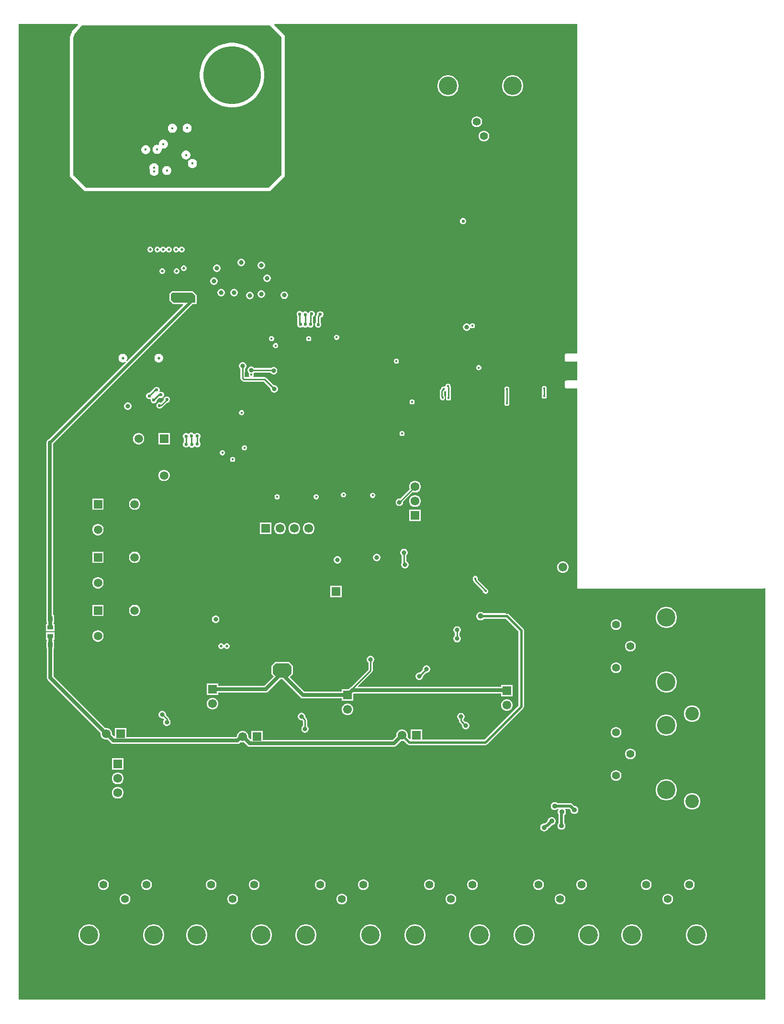
<source format=gbl>
G04*
G04 #@! TF.GenerationSoftware,Altium Limited,Altium Designer,24.4.1 (13)*
G04*
G04 Layer_Physical_Order=4*
G04 Layer_Color=16711680*
%FSLAX44Y44*%
%MOMM*%
G71*
G04*
G04 #@! TF.SameCoordinates,45E14481-76E1-4DB2-85C8-7C621F4D321E*
G04*
G04*
G04 #@! TF.FilePolarity,Positive*
G04*
G01*
G75*
%ADD17C,0.2540*%
%ADD21C,0.5000*%
%ADD23C,0.7000*%
%ADD25R,1.5000X1.5000*%
%ADD100C,1.5700*%
%ADD101R,1.5700X1.5700*%
%ADD109R,1.5700X1.5700*%
%ADD111C,10.2064*%
%ADD124C,0.4540*%
%ADD125C,0.5540*%
%ADD126R,1.5500X1.5500*%
%ADD127C,1.5500*%
%ADD128R,1.5500X1.5500*%
%ADD129R,1.9000X1.4000*%
%ADD130O,1.2500X1.0500*%
%ADD131C,2.4000*%
%ADD132C,3.2500*%
%ADD133C,1.4000*%
G04:AMPARAMS|DCode=134|XSize=1.4mm|YSize=1.4mm|CornerRadius=0.35mm|HoleSize=0mm|Usage=FLASHONLY|Rotation=90.000|XOffset=0mm|YOffset=0mm|HoleType=Round|Shape=RoundedRectangle|*
%AMROUNDEDRECTD134*
21,1,1.4000,0.7000,0,0,90.0*
21,1,0.7000,1.4000,0,0,90.0*
1,1,0.7000,0.3500,0.3500*
1,1,0.7000,0.3500,-0.3500*
1,1,0.7000,-0.3500,-0.3500*
1,1,0.7000,-0.3500,0.3500*
%
%ADD134ROUNDEDRECTD134*%
G04:AMPARAMS|DCode=135|XSize=1.4mm|YSize=1.4mm|CornerRadius=0.35mm|HoleSize=0mm|Usage=FLASHONLY|Rotation=0.000|XOffset=0mm|YOffset=0mm|HoleType=Round|Shape=RoundedRectangle|*
%AMROUNDEDRECTD135*
21,1,1.4000,0.7000,0,0,0.0*
21,1,0.7000,1.4000,0,0,0.0*
1,1,0.7000,0.3500,-0.3500*
1,1,0.7000,-0.3500,-0.3500*
1,1,0.7000,-0.3500,0.3500*
1,1,0.7000,0.3500,0.3500*
%
%ADD135ROUNDEDRECTD135*%
%ADD136C,1.5000*%
%ADD137R,1.5000X1.5000*%
%ADD138C,0.5100*%
%ADD139C,0.5000*%
%ADD140C,0.8000*%
%ADD141C,0.4000*%
%ADD142C,1.0000*%
%ADD143C,0.9000*%
%ADD144C,0.6000*%
%ADD145C,5.0000*%
%ADD146R,1.0000X0.8000*%
%ADD147R,0.8500X0.9000*%
%ADD148C,0.6540*%
G36*
X464820Y1701800D02*
Y1457960D01*
X441960Y1435100D01*
X119380D01*
X96520Y1457960D01*
Y1699260D01*
X99060Y1706880D01*
X111760Y1722120D01*
X444500D01*
X464820Y1701800D01*
D02*
G37*
G36*
X988060Y1716720D02*
Y1142451D01*
X987552Y1142034D01*
X968756D01*
X967765Y1141837D01*
X966925Y1141275D01*
X966363Y1140435D01*
X966166Y1139444D01*
Y1130554D01*
X966363Y1129563D01*
X966925Y1128723D01*
X967765Y1128161D01*
X968756Y1127964D01*
X987806D01*
X988060Y1127756D01*
Y1094953D01*
X987552Y1094536D01*
X968502D01*
X967511Y1094339D01*
X966671Y1093777D01*
X966109Y1092937D01*
X965912Y1091946D01*
Y1083564D01*
X966109Y1082573D01*
X966671Y1081733D01*
X966925Y1081479D01*
X967765Y1080917D01*
X968756Y1080720D01*
X987552D01*
X988060Y1080303D01*
Y726440D01*
X1318260D01*
X1319627Y727807D01*
X1320800Y727321D01*
Y0D01*
X0D01*
Y1724340D01*
X104150D01*
X104688Y1723190D01*
X94360Y1710796D01*
X93818Y1709800D01*
X93256Y1708815D01*
X90716Y1701194D01*
X90594Y1700222D01*
X90402Y1699260D01*
Y1457960D01*
X90868Y1455619D01*
X92194Y1453634D01*
X115054Y1430774D01*
X117039Y1429448D01*
X119380Y1428983D01*
X441960D01*
X444301Y1429448D01*
X446286Y1430774D01*
X469146Y1453634D01*
X470472Y1455619D01*
X470938Y1457960D01*
Y1701800D01*
X470472Y1704141D01*
X469146Y1706126D01*
X452105Y1723167D01*
X452591Y1724340D01*
X988060D01*
Y1716720D01*
D02*
G37*
%LPC*%
G36*
X381168Y1691372D02*
X373692D01*
X366280Y1690396D01*
X359058Y1688461D01*
X352151Y1685600D01*
X345677Y1681862D01*
X339745Y1677311D01*
X334459Y1672025D01*
X329908Y1666093D01*
X326170Y1659619D01*
X323309Y1652712D01*
X321374Y1645490D01*
X320398Y1638078D01*
Y1630602D01*
X321374Y1623190D01*
X323309Y1615968D01*
X326170Y1609061D01*
X329908Y1602587D01*
X334459Y1596655D01*
X339745Y1591369D01*
X345677Y1586818D01*
X352151Y1583080D01*
X359058Y1580219D01*
X366280Y1578284D01*
X373692Y1577308D01*
X381168D01*
X388580Y1578284D01*
X395802Y1580219D01*
X402709Y1583080D01*
X409183Y1586818D01*
X415115Y1591369D01*
X420401Y1596655D01*
X424952Y1602587D01*
X428690Y1609061D01*
X431551Y1615968D01*
X433486Y1623190D01*
X434462Y1630602D01*
Y1638078D01*
X433486Y1645490D01*
X431551Y1652712D01*
X428690Y1659619D01*
X424952Y1666093D01*
X420401Y1672025D01*
X415115Y1677311D01*
X409183Y1681862D01*
X402709Y1685600D01*
X395802Y1688461D01*
X388580Y1690396D01*
X381168Y1691372D01*
D02*
G37*
G36*
X299082Y1548600D02*
X296975D01*
X294940Y1548055D01*
X293116Y1547002D01*
X291627Y1545513D01*
X290574Y1543688D01*
X290028Y1541654D01*
Y1539547D01*
X290574Y1537513D01*
X291627Y1535688D01*
X293116Y1534199D01*
X294940Y1533146D01*
X296975Y1532600D01*
X299082D01*
X301116Y1533146D01*
X302941Y1534199D01*
X304430Y1535688D01*
X305483Y1537513D01*
X306028Y1539547D01*
Y1541654D01*
X305483Y1543688D01*
X304430Y1545513D01*
X302941Y1547002D01*
X301116Y1548055D01*
X299082Y1548600D01*
D02*
G37*
G36*
X272918Y1548374D02*
X270812D01*
X268777Y1547829D01*
X266953Y1546776D01*
X265464Y1545286D01*
X264410Y1543462D01*
X263865Y1541427D01*
Y1539321D01*
X264410Y1537286D01*
X265464Y1535462D01*
X266953Y1533972D01*
X268777Y1532919D01*
X270812Y1532374D01*
X272918D01*
X274953Y1532919D01*
X276777Y1533972D01*
X278267Y1535462D01*
X279320Y1537286D01*
X279865Y1539321D01*
Y1541427D01*
X279320Y1543462D01*
X278267Y1545286D01*
X276777Y1546776D01*
X274953Y1547829D01*
X272918Y1548374D01*
D02*
G37*
G36*
X256934Y1520335D02*
X254828D01*
X252793Y1519790D01*
X250969Y1518737D01*
X249479Y1517247D01*
X248426Y1515423D01*
X247881Y1513389D01*
Y1511911D01*
X246871Y1510984D01*
X246663Y1510923D01*
X245826Y1511147D01*
X243720D01*
X241685Y1510602D01*
X239861Y1509549D01*
X238371Y1508059D01*
X237318Y1506235D01*
X236773Y1504200D01*
Y1502094D01*
X237318Y1500059D01*
X238371Y1498235D01*
X239861Y1496745D01*
X241685Y1495692D01*
X243720Y1495147D01*
X245826D01*
X247861Y1495692D01*
X249685Y1496745D01*
X251174Y1498235D01*
X252228Y1500059D01*
X252773Y1502094D01*
Y1503571D01*
X253783Y1504498D01*
X253991Y1504559D01*
X254828Y1504335D01*
X256934D01*
X258969Y1504881D01*
X260793Y1505934D01*
X262283Y1507423D01*
X263336Y1509247D01*
X263881Y1511282D01*
Y1513389D01*
X263336Y1515423D01*
X262283Y1517247D01*
X260793Y1518737D01*
X258969Y1519790D01*
X256934Y1520335D01*
D02*
G37*
G36*
X225712Y1510596D02*
X223606D01*
X221571Y1510050D01*
X219747Y1508997D01*
X218257Y1507508D01*
X217204Y1505683D01*
X216659Y1503649D01*
Y1501542D01*
X217204Y1499508D01*
X218257Y1497683D01*
X219747Y1496194D01*
X221571Y1495141D01*
X223606Y1494595D01*
X225712D01*
X227747Y1495141D01*
X229571Y1496194D01*
X231061Y1497683D01*
X232114Y1499508D01*
X232659Y1501542D01*
Y1503649D01*
X232114Y1505683D01*
X231061Y1507508D01*
X229571Y1508997D01*
X227747Y1510050D01*
X225712Y1510596D01*
D02*
G37*
G36*
X296985Y1501083D02*
X294878D01*
X292844Y1500538D01*
X291019Y1499485D01*
X289530Y1497995D01*
X288477Y1496171D01*
X287931Y1494137D01*
Y1492030D01*
X288477Y1489995D01*
X289530Y1488171D01*
X291019Y1486682D01*
X292844Y1485629D01*
X294878Y1485083D01*
X296985D01*
X299019Y1485629D01*
X300844Y1486682D01*
X302333Y1488171D01*
X303386Y1489995D01*
X303931Y1492030D01*
Y1494137D01*
X303386Y1496171D01*
X302333Y1497995D01*
X300844Y1499485D01*
X299019Y1500538D01*
X296985Y1501083D01*
D02*
G37*
G36*
X308393Y1486280D02*
X306287D01*
X304252Y1485735D01*
X302428Y1484682D01*
X300938Y1483192D01*
X299885Y1481368D01*
X299340Y1479333D01*
Y1477227D01*
X299885Y1475192D01*
X300938Y1473368D01*
X302428Y1471878D01*
X304252Y1470825D01*
X306287Y1470280D01*
X308393D01*
X310428Y1470825D01*
X312252Y1471878D01*
X313742Y1473368D01*
X314795Y1475192D01*
X315340Y1477227D01*
Y1479333D01*
X314795Y1481368D01*
X313742Y1483192D01*
X312252Y1484682D01*
X310428Y1485735D01*
X308393Y1486280D01*
D02*
G37*
G36*
X263174Y1473685D02*
X261068D01*
X259033Y1473140D01*
X257209Y1472087D01*
X255719Y1470597D01*
X254666Y1468773D01*
X254121Y1466738D01*
Y1464632D01*
X254666Y1462597D01*
X255719Y1460773D01*
X257209Y1459283D01*
X259033Y1458230D01*
X261068Y1457685D01*
X263174D01*
X265209Y1458230D01*
X267033Y1459283D01*
X268522Y1460773D01*
X269576Y1462597D01*
X270121Y1464632D01*
Y1466738D01*
X269576Y1468773D01*
X268522Y1470597D01*
X267033Y1472087D01*
X265209Y1473140D01*
X263174Y1473685D01*
D02*
G37*
G36*
X240540Y1478667D02*
X238433D01*
X236399Y1478122D01*
X234574Y1477069D01*
X233085Y1475579D01*
X232032Y1473755D01*
X231486Y1471720D01*
Y1469614D01*
X232032Y1467579D01*
X232163Y1467352D01*
X231628Y1465356D01*
Y1463250D01*
X232173Y1461215D01*
X233226Y1459391D01*
X234716Y1457901D01*
X236540Y1456848D01*
X238575Y1456303D01*
X240681D01*
X242716Y1456848D01*
X244540Y1457901D01*
X246029Y1459391D01*
X247083Y1461215D01*
X247628Y1463250D01*
Y1465356D01*
X247083Y1467391D01*
X246951Y1467618D01*
X247486Y1469614D01*
Y1471720D01*
X246941Y1473755D01*
X245888Y1475579D01*
X244398Y1477069D01*
X242574Y1478122D01*
X240540Y1478667D01*
D02*
G37*
%LPD*%
G36*
X387384Y1684383D02*
X393831Y1682656D01*
X399997Y1680102D01*
X405777Y1676765D01*
X411072Y1672702D01*
X415792Y1667982D01*
X419855Y1662687D01*
X423192Y1656907D01*
X425746Y1650741D01*
X427473Y1644294D01*
X428344Y1637677D01*
Y1631003D01*
X427473Y1624386D01*
X425746Y1617939D01*
X423192Y1611773D01*
X419855Y1605993D01*
X415792Y1600698D01*
X411072Y1595978D01*
X405777Y1591915D01*
X399997Y1588578D01*
X393831Y1586024D01*
X387384Y1584297D01*
X380767Y1583425D01*
X374093D01*
X367476Y1584297D01*
X361029Y1586024D01*
X354863Y1588578D01*
X349083Y1591915D01*
X343788Y1595978D01*
X339068Y1600698D01*
X335005Y1605993D01*
X331668Y1611773D01*
X329114Y1617939D01*
X327387Y1624386D01*
X326516Y1631003D01*
Y1637677D01*
X327387Y1644294D01*
X329114Y1650741D01*
X331668Y1656907D01*
X335005Y1662687D01*
X339068Y1667982D01*
X343788Y1672702D01*
X349083Y1676765D01*
X354863Y1680102D01*
X361029Y1682656D01*
X367476Y1684383D01*
X374093Y1685254D01*
X380767D01*
X387384Y1684383D01*
D02*
G37*
%LPC*%
G36*
X875611Y1634230D02*
X871909D01*
X868279Y1633508D01*
X864860Y1632092D01*
X861782Y1630035D01*
X859165Y1627418D01*
X857109Y1624340D01*
X855692Y1620921D01*
X854970Y1617291D01*
Y1613589D01*
X855692Y1609959D01*
X857109Y1606540D01*
X859165Y1603462D01*
X861782Y1600845D01*
X864860Y1598788D01*
X868279Y1597372D01*
X871909Y1596650D01*
X875611D01*
X879241Y1597372D01*
X882660Y1598788D01*
X885738Y1600845D01*
X888355Y1603462D01*
X890412Y1606540D01*
X891828Y1609959D01*
X892550Y1613589D01*
Y1617291D01*
X891828Y1620921D01*
X890412Y1624340D01*
X888355Y1627418D01*
X885738Y1630035D01*
X882660Y1632092D01*
X879241Y1633508D01*
X875611Y1634230D01*
D02*
G37*
G36*
X761311D02*
X757609D01*
X753979Y1633508D01*
X750560Y1632092D01*
X747482Y1630035D01*
X744865Y1627418D01*
X742809Y1624340D01*
X741392Y1620921D01*
X740670Y1617291D01*
Y1613589D01*
X741392Y1609959D01*
X742809Y1606540D01*
X744865Y1603462D01*
X747482Y1600845D01*
X750560Y1598788D01*
X753979Y1597372D01*
X757609Y1596650D01*
X761311D01*
X764941Y1597372D01*
X768360Y1598788D01*
X771438Y1600845D01*
X774055Y1603462D01*
X776112Y1606540D01*
X777528Y1609959D01*
X778250Y1613589D01*
Y1617291D01*
X777528Y1620921D01*
X776112Y1624340D01*
X774055Y1627418D01*
X771438Y1630035D01*
X768360Y1632092D01*
X764941Y1633508D01*
X761311Y1634230D01*
D02*
G37*
G36*
X811516Y1561480D02*
X809004D01*
X806578Y1560830D01*
X804402Y1559574D01*
X802626Y1557798D01*
X801370Y1555622D01*
X800720Y1553196D01*
Y1550684D01*
X801370Y1548258D01*
X802626Y1546082D01*
X804402Y1544306D01*
X806578Y1543050D01*
X809004Y1542400D01*
X811516D01*
X813942Y1543050D01*
X816118Y1544306D01*
X817894Y1546082D01*
X819150Y1548258D01*
X819800Y1550684D01*
Y1553196D01*
X819150Y1555622D01*
X817894Y1557798D01*
X816118Y1559574D01*
X813942Y1560830D01*
X811516Y1561480D01*
D02*
G37*
G36*
X824216Y1536080D02*
X821704D01*
X819278Y1535430D01*
X817102Y1534174D01*
X815326Y1532398D01*
X814070Y1530222D01*
X813420Y1527796D01*
Y1525284D01*
X814070Y1522858D01*
X815326Y1520682D01*
X817102Y1518906D01*
X819278Y1517650D01*
X821704Y1517000D01*
X824216D01*
X826642Y1517650D01*
X828818Y1518906D01*
X830594Y1520682D01*
X831850Y1522858D01*
X832500Y1525284D01*
Y1527796D01*
X831850Y1530222D01*
X830594Y1532398D01*
X828818Y1534174D01*
X826642Y1535430D01*
X824216Y1536080D01*
D02*
G37*
G36*
X787419Y1381504D02*
X785215D01*
X783179Y1380661D01*
X781621Y1379102D01*
X780777Y1377066D01*
Y1374862D01*
X781621Y1372826D01*
X783179Y1371268D01*
X785215Y1370424D01*
X787419D01*
X789455Y1371268D01*
X791014Y1372826D01*
X791857Y1374862D01*
Y1377066D01*
X791014Y1379102D01*
X789455Y1380661D01*
X787419Y1381504D01*
D02*
G37*
G36*
X289379Y1331078D02*
X287374D01*
X285522Y1330311D01*
X284104Y1328893D01*
X283984Y1328604D01*
X282610D01*
X282490Y1328893D01*
X281072Y1330311D01*
X279219Y1331078D01*
X277214D01*
X275362Y1330311D01*
X273944Y1328893D01*
X273177Y1327041D01*
Y1325036D01*
X273944Y1323183D01*
X275362Y1321766D01*
X277214Y1320998D01*
X279219D01*
X281072Y1321766D01*
X282490Y1323183D01*
X282610Y1323473D01*
X283984D01*
X284104Y1323183D01*
X285522Y1321766D01*
X287374Y1320998D01*
X289379D01*
X291232Y1321766D01*
X292650Y1323183D01*
X293417Y1325036D01*
Y1327041D01*
X292650Y1328893D01*
X291232Y1330311D01*
X289379Y1331078D01*
D02*
G37*
G36*
X266519D02*
X264514D01*
X262662Y1330311D01*
X261244Y1328893D01*
X261124Y1328604D01*
X259750D01*
X259630Y1328893D01*
X258212Y1330311D01*
X256359Y1331078D01*
X254354D01*
X252502Y1330311D01*
X251084Y1328893D01*
X250964Y1328604D01*
X249590D01*
X249470Y1328893D01*
X248052Y1330311D01*
X246199Y1331078D01*
X244194D01*
X242342Y1330311D01*
X240924Y1328893D01*
X240157Y1327041D01*
Y1325036D01*
X240924Y1323183D01*
X242342Y1321766D01*
X244194Y1320998D01*
X246199D01*
X248052Y1321766D01*
X249470Y1323183D01*
X249590Y1323473D01*
X250964D01*
X251084Y1323183D01*
X252502Y1321766D01*
X254354Y1320998D01*
X256359D01*
X258212Y1321766D01*
X259630Y1323183D01*
X259750Y1323473D01*
X261124D01*
X261244Y1323183D01*
X262662Y1321766D01*
X264514Y1320998D01*
X266519D01*
X268372Y1321766D01*
X269790Y1323183D01*
X270557Y1325036D01*
Y1327041D01*
X269790Y1328893D01*
X268372Y1330311D01*
X266519Y1331078D01*
D02*
G37*
G36*
X233499D02*
X231494D01*
X229642Y1330311D01*
X228224Y1328893D01*
X227457Y1327041D01*
Y1325036D01*
X228224Y1323183D01*
X229642Y1321766D01*
X231494Y1320998D01*
X233499D01*
X235352Y1321766D01*
X236770Y1323183D01*
X237537Y1325036D01*
Y1327041D01*
X236770Y1328893D01*
X235352Y1330311D01*
X233499Y1331078D01*
D02*
G37*
G36*
X394561Y1309560D02*
X392839D01*
X391176Y1309114D01*
X389684Y1308253D01*
X388467Y1307036D01*
X387606Y1305544D01*
X387160Y1303881D01*
Y1302159D01*
X387606Y1300496D01*
X388467Y1299004D01*
X389684Y1297787D01*
X391176Y1296926D01*
X392839Y1296480D01*
X394561D01*
X396224Y1296926D01*
X397716Y1297787D01*
X398933Y1299004D01*
X399794Y1300496D01*
X400240Y1302159D01*
Y1303881D01*
X399794Y1305544D01*
X398933Y1307036D01*
X397716Y1308253D01*
X396224Y1309114D01*
X394561Y1309560D01*
D02*
G37*
G36*
X430121Y1304480D02*
X428399D01*
X426736Y1304034D01*
X425244Y1303173D01*
X424027Y1301956D01*
X423166Y1300464D01*
X422720Y1298801D01*
Y1297079D01*
X423166Y1295416D01*
X424027Y1293924D01*
X425244Y1292707D01*
X426736Y1291846D01*
X428399Y1291400D01*
X430121D01*
X431784Y1291846D01*
X433276Y1292707D01*
X434493Y1293924D01*
X435354Y1295416D01*
X435800Y1297079D01*
Y1298801D01*
X435354Y1300464D01*
X434493Y1301956D01*
X433276Y1303173D01*
X431784Y1304034D01*
X430121Y1304480D01*
D02*
G37*
G36*
X293102Y1297900D02*
X291098D01*
X289245Y1297133D01*
X287827Y1295715D01*
X287060Y1293862D01*
Y1291857D01*
X287827Y1290005D01*
X289245Y1288587D01*
X291098Y1287820D01*
X293102D01*
X294955Y1288587D01*
X296373Y1290005D01*
X297140Y1291857D01*
Y1293862D01*
X296373Y1295715D01*
X294955Y1297133D01*
X293102Y1297900D01*
D02*
G37*
G36*
X351381Y1299400D02*
X349659D01*
X347996Y1298954D01*
X346504Y1298093D01*
X345287Y1296876D01*
X344426Y1295384D01*
X343980Y1293721D01*
Y1291999D01*
X344426Y1290336D01*
X345287Y1288844D01*
X346504Y1287627D01*
X347996Y1286766D01*
X349659Y1286320D01*
X351381D01*
X353044Y1286766D01*
X354536Y1287627D01*
X355753Y1288844D01*
X356614Y1290336D01*
X357060Y1291999D01*
Y1293721D01*
X356614Y1295384D01*
X355753Y1296876D01*
X354536Y1298093D01*
X353044Y1298954D01*
X351381Y1299400D01*
D02*
G37*
G36*
X280403Y1292820D02*
X278398D01*
X276545Y1292053D01*
X275127Y1290635D01*
X274360Y1288783D01*
Y1286777D01*
X275127Y1284925D01*
X276545Y1283507D01*
X278398Y1282740D01*
X280403D01*
X282255Y1283507D01*
X283673Y1284925D01*
X284440Y1286777D01*
Y1288783D01*
X283673Y1290635D01*
X282255Y1292053D01*
X280403Y1292820D01*
D02*
G37*
G36*
X255002D02*
X252997D01*
X251145Y1292053D01*
X249727Y1290635D01*
X248960Y1288783D01*
Y1286777D01*
X249727Y1284925D01*
X251145Y1283507D01*
X252997Y1282740D01*
X255002D01*
X256855Y1283507D01*
X258273Y1284925D01*
X259040Y1286777D01*
Y1288783D01*
X258273Y1290635D01*
X256855Y1292053D01*
X255002Y1292820D01*
D02*
G37*
G36*
X440281Y1281620D02*
X438559D01*
X436896Y1281174D01*
X435404Y1280313D01*
X434187Y1279096D01*
X433326Y1277604D01*
X432880Y1275941D01*
Y1274219D01*
X433326Y1272556D01*
X434187Y1271064D01*
X435404Y1269847D01*
X436896Y1268986D01*
X438559Y1268540D01*
X440281D01*
X441944Y1268986D01*
X443436Y1269847D01*
X444653Y1271064D01*
X445514Y1272556D01*
X445960Y1274219D01*
Y1275941D01*
X445514Y1277604D01*
X444653Y1279096D01*
X443436Y1280313D01*
X441944Y1281174D01*
X440281Y1281620D01*
D02*
G37*
G36*
X346301Y1276540D02*
X344579D01*
X342916Y1276094D01*
X341424Y1275233D01*
X340207Y1274016D01*
X339346Y1272524D01*
X338900Y1270861D01*
Y1269139D01*
X339346Y1267476D01*
X340207Y1265984D01*
X341424Y1264767D01*
X342916Y1263906D01*
X344579Y1263460D01*
X346301D01*
X347964Y1263906D01*
X349456Y1264767D01*
X350673Y1265984D01*
X351534Y1267476D01*
X351980Y1269139D01*
Y1270861D01*
X351534Y1272524D01*
X350673Y1274016D01*
X349456Y1275233D01*
X347964Y1276094D01*
X346301Y1276540D01*
D02*
G37*
G36*
X381861Y1256220D02*
X380139D01*
X378476Y1255774D01*
X376984Y1254913D01*
X375767Y1253696D01*
X374906Y1252204D01*
X374460Y1250541D01*
Y1248819D01*
X374906Y1247156D01*
X375767Y1245664D01*
X376984Y1244447D01*
X378476Y1243586D01*
X380139Y1243140D01*
X381861D01*
X383524Y1243586D01*
X385016Y1244447D01*
X386233Y1245664D01*
X387094Y1247156D01*
X387540Y1248819D01*
Y1250541D01*
X387094Y1252204D01*
X386233Y1253696D01*
X385016Y1254913D01*
X383524Y1255774D01*
X381861Y1256220D01*
D02*
G37*
G36*
X359001D02*
X357279D01*
X355616Y1255774D01*
X354124Y1254913D01*
X352907Y1253696D01*
X352046Y1252204D01*
X351600Y1250541D01*
Y1248819D01*
X352046Y1247156D01*
X352907Y1245664D01*
X354124Y1244447D01*
X355616Y1243586D01*
X357279Y1243140D01*
X359001D01*
X360664Y1243586D01*
X362156Y1244447D01*
X363373Y1245664D01*
X364234Y1247156D01*
X364680Y1248819D01*
Y1250541D01*
X364234Y1252204D01*
X363373Y1253696D01*
X362156Y1254913D01*
X360664Y1255774D01*
X359001Y1256220D01*
D02*
G37*
G36*
X430121Y1253680D02*
X428399D01*
X426736Y1253234D01*
X425244Y1252373D01*
X424027Y1251156D01*
X423166Y1249664D01*
X422720Y1248001D01*
Y1246279D01*
X423166Y1244616D01*
X424027Y1243124D01*
X425244Y1241907D01*
X426736Y1241046D01*
X428399Y1240600D01*
X430121D01*
X431784Y1241046D01*
X433276Y1241907D01*
X434493Y1243124D01*
X435354Y1244616D01*
X435800Y1246279D01*
Y1248001D01*
X435354Y1249664D01*
X434493Y1251156D01*
X433276Y1252373D01*
X431784Y1253234D01*
X430121Y1253680D01*
D02*
G37*
G36*
X470640Y1251719D02*
X468918D01*
X467255Y1251273D01*
X465764Y1250412D01*
X464546Y1249195D01*
X463685Y1247703D01*
X463240Y1246040D01*
Y1244318D01*
X463685Y1242655D01*
X464546Y1241163D01*
X465764Y1239946D01*
X467255Y1239085D01*
X468918Y1238639D01*
X470640D01*
X472304Y1239085D01*
X473795Y1239946D01*
X475013Y1241163D01*
X475874Y1242655D01*
X476319Y1244318D01*
Y1246040D01*
X475874Y1247703D01*
X475013Y1249195D01*
X473795Y1250412D01*
X472304Y1251273D01*
X470640Y1251719D01*
D02*
G37*
G36*
X409801Y1251140D02*
X408079D01*
X406416Y1250694D01*
X404924Y1249833D01*
X403707Y1248616D01*
X402846Y1247124D01*
X402400Y1245461D01*
Y1243739D01*
X402846Y1242076D01*
X403707Y1240584D01*
X404924Y1239367D01*
X406416Y1238506D01*
X408079Y1238060D01*
X409801D01*
X411464Y1238506D01*
X412956Y1239367D01*
X414173Y1240584D01*
X415034Y1242076D01*
X415480Y1243739D01*
Y1245461D01*
X415034Y1247124D01*
X414173Y1248616D01*
X412956Y1249833D01*
X411464Y1250694D01*
X409801Y1251140D01*
D02*
G37*
G36*
X519339Y1217752D02*
X517136D01*
X515099Y1216908D01*
X513541Y1215350D01*
X512977Y1213989D01*
X511602D01*
X511499Y1214237D01*
X509941Y1215796D01*
X507905Y1216639D01*
X505701D01*
X503665Y1215796D01*
X502994Y1215125D01*
X501741Y1214832D01*
X500183Y1216390D01*
X498147Y1217233D01*
X495943D01*
X493907Y1216390D01*
X492348Y1214831D01*
X491505Y1212795D01*
Y1210591D01*
X492348Y1208555D01*
X492871Y1208033D01*
Y1195993D01*
X493042Y1195135D01*
X492807Y1194568D01*
Y1192364D01*
X493650Y1190328D01*
X495209Y1188769D01*
X497245Y1187926D01*
X499449D01*
X501485Y1188769D01*
X502687Y1189971D01*
X503888Y1188769D01*
X505924Y1187926D01*
X508128D01*
X510165Y1188769D01*
X511723Y1190328D01*
X511799Y1190343D01*
X513271Y1188870D01*
X515308Y1188027D01*
X517511D01*
X519548Y1188870D01*
X521106Y1190429D01*
X521950Y1192465D01*
Y1194669D01*
X521106Y1196705D01*
X520294Y1197517D01*
Y1207067D01*
X521376Y1207515D01*
X522934Y1209074D01*
X523778Y1211110D01*
Y1213314D01*
X522934Y1215350D01*
X521376Y1216908D01*
X519339Y1217752D01*
D02*
G37*
G36*
X803543Y1195800D02*
X801737D01*
X800068Y1195109D01*
X798791Y1193832D01*
X798660Y1193516D01*
X797182Y1193267D01*
X796496Y1193953D01*
X795004Y1194814D01*
X793341Y1195260D01*
X791619D01*
X789956Y1194814D01*
X788464Y1193953D01*
X787247Y1192736D01*
X786386Y1191244D01*
X785940Y1189581D01*
Y1187859D01*
X786386Y1186196D01*
X787247Y1184704D01*
X788464Y1183487D01*
X789956Y1182626D01*
X791619Y1182180D01*
X793341D01*
X795004Y1182626D01*
X796496Y1183487D01*
X797713Y1184704D01*
X798574Y1186196D01*
X798767Y1186916D01*
X799943Y1187364D01*
X800200Y1187356D01*
X801737Y1186720D01*
X803543D01*
X805212Y1187411D01*
X806489Y1188688D01*
X807180Y1190357D01*
Y1192163D01*
X806489Y1193832D01*
X805212Y1195109D01*
X803543Y1195800D01*
D02*
G37*
G36*
X534502Y1217120D02*
X532298D01*
X530262Y1216277D01*
X528703Y1214718D01*
X527860Y1212682D01*
Y1211780D01*
X527189Y1211109D01*
X526347Y1209849D01*
X526052Y1208362D01*
Y1197151D01*
X525240Y1196339D01*
X524396Y1194303D01*
Y1192099D01*
X525240Y1190063D01*
X526798Y1188505D01*
X528834Y1187661D01*
X531038D01*
X533074Y1188505D01*
X534633Y1190063D01*
X535476Y1192099D01*
Y1194303D01*
X534633Y1196339D01*
X533821Y1197151D01*
Y1206040D01*
X534502D01*
X536538Y1206883D01*
X538097Y1208442D01*
X538940Y1210478D01*
Y1212682D01*
X538097Y1214718D01*
X536538Y1216277D01*
X534502Y1217120D01*
D02*
G37*
G36*
X563262Y1175265D02*
X561456D01*
X559787Y1174573D01*
X558510Y1173296D01*
X557819Y1171628D01*
Y1169821D01*
X558510Y1168153D01*
X559787Y1166876D01*
X561456Y1166185D01*
X563262D01*
X564930Y1166876D01*
X566208Y1168153D01*
X566899Y1169821D01*
Y1171628D01*
X566208Y1173296D01*
X564930Y1174573D01*
X563262Y1175265D01*
D02*
G37*
G36*
X448164Y1173022D02*
X446358D01*
X444689Y1172331D01*
X443412Y1171054D01*
X442721Y1169385D01*
Y1167579D01*
X443412Y1165911D01*
X444689Y1164633D01*
X446358Y1163942D01*
X448164D01*
X449833Y1164633D01*
X451110Y1165911D01*
X451801Y1167579D01*
Y1169385D01*
X451110Y1171054D01*
X449833Y1172331D01*
X448164Y1173022D01*
D02*
G37*
G36*
X513983Y1172940D02*
X512177D01*
X510508Y1172249D01*
X509231Y1170972D01*
X508540Y1169303D01*
Y1167497D01*
X509231Y1165828D01*
X510508Y1164551D01*
X512177Y1163860D01*
X513983D01*
X515652Y1164551D01*
X516929Y1165828D01*
X517620Y1167497D01*
Y1169303D01*
X516929Y1170972D01*
X515652Y1172249D01*
X513983Y1172940D01*
D02*
G37*
G36*
X455234Y1160457D02*
X453428D01*
X451759Y1159766D01*
X450482Y1158488D01*
X449791Y1156820D01*
Y1155014D01*
X450482Y1153345D01*
X451759Y1152068D01*
X453428Y1151377D01*
X455234D01*
X456902Y1152068D01*
X458180Y1153345D01*
X458871Y1155014D01*
Y1156820D01*
X458180Y1158488D01*
X456902Y1159766D01*
X455234Y1160457D01*
D02*
G37*
G36*
X307340Y1252270D02*
X271780D01*
X270789Y1252073D01*
X269949Y1251511D01*
X267409Y1248971D01*
X266847Y1248131D01*
X266650Y1247140D01*
Y1236980D01*
X266847Y1235989D01*
X267409Y1235149D01*
X272489Y1230069D01*
X273329Y1229507D01*
X274320Y1229310D01*
X290354D01*
X290840Y1228137D01*
X191576Y1128872D01*
X190560Y1129652D01*
X191413Y1131130D01*
X191934Y1133073D01*
Y1135085D01*
X191413Y1137028D01*
X190407Y1138770D01*
X188985Y1140193D01*
X187243Y1141199D01*
X185299Y1141719D01*
X183288D01*
X181345Y1141199D01*
X179603Y1140193D01*
X178180Y1138770D01*
X177174Y1137028D01*
X176654Y1135085D01*
Y1133073D01*
X177174Y1131130D01*
X178180Y1129388D01*
X179603Y1127966D01*
X181345Y1126960D01*
X183288Y1126439D01*
X185299D01*
X187243Y1126960D01*
X188720Y1127813D01*
X189500Y1126797D01*
X53094Y990391D01*
X52990Y990370D01*
X51068Y989086D01*
X49784Y987164D01*
X49333Y984897D01*
Y680140D01*
X49090D01*
Y666060D01*
X49956D01*
Y664160D01*
X48340D01*
Y651080D01*
X63420D01*
Y664160D01*
X61804D01*
Y666060D01*
X62670D01*
Y680140D01*
X61181D01*
Y983164D01*
X307327Y1229310D01*
X312420D01*
X313411Y1229507D01*
X314251Y1230069D01*
X314813Y1230909D01*
X315010Y1231900D01*
Y1244600D01*
X314813Y1245591D01*
X314251Y1246431D01*
X309171Y1251511D01*
X308331Y1252073D01*
X307340Y1252270D01*
D02*
G37*
G36*
X248799Y1141719D02*
X246788D01*
X244845Y1141199D01*
X243102Y1140193D01*
X241680Y1138770D01*
X240674Y1137028D01*
X240154Y1135085D01*
Y1133073D01*
X240674Y1131130D01*
X241680Y1129388D01*
X243102Y1127966D01*
X244845Y1126960D01*
X246788Y1126439D01*
X248799D01*
X250742Y1126960D01*
X252485Y1127966D01*
X253907Y1129388D01*
X254913Y1131130D01*
X255434Y1133073D01*
Y1135085D01*
X254913Y1137028D01*
X253907Y1138770D01*
X252485Y1140193D01*
X250742Y1141199D01*
X248799Y1141719D01*
D02*
G37*
G36*
X668999Y1133178D02*
X667193D01*
X665524Y1132487D01*
X664247Y1131210D01*
X663556Y1129541D01*
Y1127735D01*
X664247Y1126066D01*
X665524Y1124789D01*
X667193Y1124098D01*
X668999D01*
X670668Y1124789D01*
X671945Y1126066D01*
X672636Y1127735D01*
Y1129541D01*
X671945Y1131210D01*
X670668Y1132487D01*
X668999Y1133178D01*
D02*
G37*
G36*
X814774Y1121482D02*
X812968D01*
X811300Y1120791D01*
X810023Y1119513D01*
X809332Y1117845D01*
Y1116039D01*
X810023Y1114370D01*
X811300Y1113093D01*
X812968Y1112402D01*
X814774D01*
X816443Y1113093D01*
X817720Y1114370D01*
X818411Y1116039D01*
Y1117845D01*
X817720Y1119513D01*
X816443Y1120791D01*
X814774Y1121482D01*
D02*
G37*
G36*
X397101Y1126680D02*
X395379D01*
X393716Y1126234D01*
X392224Y1125373D01*
X391007Y1124156D01*
X390146Y1122664D01*
X389700Y1121001D01*
Y1119279D01*
X390146Y1117616D01*
X391007Y1116124D01*
X392224Y1114907D01*
X392355Y1114831D01*
Y1109866D01*
X392246Y1109316D01*
Y1098014D01*
X392542Y1096528D01*
X393384Y1095268D01*
X394872Y1093780D01*
X396132Y1092938D01*
X397618Y1092642D01*
X433484D01*
X445619Y1080507D01*
X445580Y1080361D01*
Y1078639D01*
X446026Y1076976D01*
X446887Y1075484D01*
X448104Y1074267D01*
X449596Y1073406D01*
X451259Y1072960D01*
X452981D01*
X454644Y1073406D01*
X456136Y1074267D01*
X457353Y1075484D01*
X458214Y1076976D01*
X458660Y1078639D01*
Y1080361D01*
X458214Y1082024D01*
X457353Y1083516D01*
X456136Y1084733D01*
X454644Y1085594D01*
X452981Y1086040D01*
X451259D01*
X451113Y1086001D01*
X437840Y1099273D01*
X436580Y1100116D01*
X435093Y1100411D01*
X415208D01*
X414682Y1101681D01*
X415329Y1102328D01*
X416020Y1103997D01*
Y1105803D01*
X415423Y1107245D01*
X415496Y1107287D01*
X416713Y1108504D01*
X416789Y1108635D01*
X445212D01*
X445768Y1107672D01*
X446986Y1106454D01*
X448477Y1105593D01*
X450140Y1105147D01*
X451862D01*
X453526Y1105593D01*
X455017Y1106454D01*
X456235Y1107672D01*
X457096Y1109163D01*
X457542Y1110826D01*
Y1112548D01*
X457096Y1114212D01*
X456235Y1115703D01*
X455017Y1116921D01*
X453526Y1117782D01*
X451862Y1118227D01*
X450140D01*
X448477Y1117782D01*
X446986Y1116921D01*
X446470Y1116405D01*
X416789D01*
X416713Y1116536D01*
X415496Y1117753D01*
X414004Y1118614D01*
X412341Y1119060D01*
X410619D01*
X408956Y1118614D01*
X407464Y1117753D01*
X406247Y1116536D01*
X405386Y1115044D01*
X404940Y1113381D01*
Y1111659D01*
X405386Y1109996D01*
X406247Y1108504D01*
X407464Y1107287D01*
X407537Y1107245D01*
X406940Y1105803D01*
Y1103997D01*
X407631Y1102328D01*
X408278Y1101681D01*
X407752Y1100411D01*
X400015D01*
Y1108875D01*
X400125Y1109425D01*
Y1114831D01*
X400256Y1114907D01*
X401473Y1116124D01*
X402334Y1117616D01*
X402780Y1119279D01*
Y1121001D01*
X402334Y1122664D01*
X401473Y1124156D01*
X400256Y1125373D01*
X398764Y1126234D01*
X397101Y1126680D01*
D02*
G37*
G36*
X760363Y1089120D02*
X758557D01*
X756888Y1088429D01*
X755611Y1087152D01*
X754920Y1085483D01*
Y1084500D01*
X753656Y1083662D01*
X752743Y1084040D01*
X750937D01*
X749268Y1083349D01*
X747991Y1082072D01*
X747336Y1080490D01*
X745873Y1079026D01*
X745031Y1077766D01*
X744735Y1076280D01*
Y1065654D01*
X745031Y1064167D01*
X745267Y1063814D01*
Y1063169D01*
X745958Y1061500D01*
X747235Y1060223D01*
X748904Y1059532D01*
X750710D01*
X752379Y1060223D01*
X753656Y1061500D01*
X754347Y1063169D01*
Y1064975D01*
X753656Y1066643D01*
X752504Y1067795D01*
Y1074671D01*
X752830Y1074996D01*
X754412Y1075651D01*
X755175Y1076415D01*
X756445Y1075889D01*
Y1065970D01*
X755790Y1064388D01*
Y1062582D01*
X756481Y1060913D01*
X757758Y1059636D01*
X759427Y1058945D01*
X761233D01*
X762902Y1059636D01*
X764179Y1060913D01*
X764870Y1062582D01*
Y1064388D01*
X764215Y1065970D01*
Y1083315D01*
X764000Y1084395D01*
Y1085483D01*
X763309Y1087152D01*
X762032Y1088429D01*
X760363Y1089120D01*
D02*
G37*
G36*
X245081Y1083307D02*
X242877D01*
X240841Y1082464D01*
X239331Y1080954D01*
X238673Y1080514D01*
X230972Y1072813D01*
X229824D01*
X227787Y1071970D01*
X226229Y1070411D01*
X225386Y1068375D01*
Y1066171D01*
X226229Y1064135D01*
X227787Y1062577D01*
X229824Y1061733D01*
X232028D01*
X232371Y1061875D01*
X233329Y1060898D01*
Y1058919D01*
X234172Y1056883D01*
X235731Y1055325D01*
X237767Y1054481D01*
X239971D01*
X242007Y1055325D01*
X243566Y1056883D01*
X244409Y1058919D01*
Y1060068D01*
X248791Y1064449D01*
X250358Y1063800D01*
X252562D01*
X254598Y1064643D01*
X256157Y1066202D01*
X257000Y1068238D01*
Y1070442D01*
X256157Y1072478D01*
X254598Y1074037D01*
X252562Y1074880D01*
X250358D01*
X250112Y1074778D01*
X249140Y1075750D01*
X249519Y1076665D01*
Y1078869D01*
X248675Y1080905D01*
X247117Y1082464D01*
X245081Y1083307D01*
D02*
G37*
G36*
X930629Y1084973D02*
X928823D01*
X927154Y1084281D01*
X925877Y1083004D01*
X925186Y1081336D01*
Y1079529D01*
X925798Y1078051D01*
Y1069379D01*
X925791Y1069372D01*
X925100Y1067703D01*
Y1065897D01*
X925791Y1064228D01*
X927068Y1062951D01*
X928737Y1062260D01*
X930543D01*
X932212Y1062951D01*
X933489Y1064228D01*
X934180Y1065897D01*
Y1067703D01*
X933568Y1069182D01*
Y1077854D01*
X933575Y1077861D01*
X934266Y1079529D01*
Y1081336D01*
X933575Y1083004D01*
X932298Y1084281D01*
X930629Y1084973D01*
D02*
G37*
G36*
X263334Y1066370D02*
X261130D01*
X259094Y1065527D01*
X257535Y1063969D01*
X256692Y1061932D01*
Y1060459D01*
X251380Y1055147D01*
X250198Y1055637D01*
X247994D01*
X245958Y1054794D01*
X244399Y1053235D01*
X243556Y1051199D01*
Y1048995D01*
X244399Y1046959D01*
X245958Y1045401D01*
X247994Y1044557D01*
X250198D01*
X252234Y1045401D01*
X253792Y1046959D01*
X253871Y1047150D01*
X253972Y1047170D01*
X255232Y1048012D01*
X262510Y1055290D01*
X263334D01*
X265370Y1056134D01*
X266929Y1057692D01*
X267772Y1059728D01*
Y1061932D01*
X266929Y1063969D01*
X265370Y1065527D01*
X263334Y1066370D01*
D02*
G37*
G36*
X696863Y1061180D02*
X695057D01*
X693388Y1060489D01*
X692111Y1059212D01*
X691420Y1057543D01*
Y1055737D01*
X692111Y1054068D01*
X693388Y1052791D01*
X695057Y1052100D01*
X696863D01*
X698532Y1052791D01*
X699809Y1054068D01*
X700500Y1055737D01*
Y1057543D01*
X699809Y1059212D01*
X698532Y1060489D01*
X696863Y1061180D01*
D02*
G37*
G36*
X864503Y1084040D02*
X862697D01*
X861028Y1083349D01*
X859751Y1082072D01*
X859060Y1080403D01*
Y1078597D01*
X859715Y1077015D01*
Y1056585D01*
X859060Y1055003D01*
Y1053197D01*
X859751Y1051528D01*
X861028Y1050251D01*
X862697Y1049560D01*
X864503D01*
X866172Y1050251D01*
X867449Y1051528D01*
X868140Y1053197D01*
Y1055003D01*
X867485Y1056585D01*
Y1077015D01*
X868140Y1078597D01*
Y1080403D01*
X867449Y1082072D01*
X866172Y1083349D01*
X864503Y1084040D01*
D02*
G37*
G36*
X193901Y1055560D02*
X192179D01*
X190516Y1055114D01*
X189024Y1054253D01*
X187807Y1053036D01*
X186946Y1051544D01*
X186500Y1049881D01*
Y1048159D01*
X186946Y1046496D01*
X187807Y1045004D01*
X189024Y1043787D01*
X190516Y1042926D01*
X192179Y1042480D01*
X193901D01*
X195564Y1042926D01*
X197056Y1043787D01*
X198273Y1045004D01*
X199134Y1046496D01*
X199580Y1048159D01*
Y1049881D01*
X199134Y1051544D01*
X198273Y1053036D01*
X197056Y1054253D01*
X195564Y1055114D01*
X193901Y1055560D01*
D02*
G37*
G36*
X395117Y1042118D02*
X393311D01*
X391642Y1041427D01*
X390365Y1040150D01*
X389674Y1038481D01*
Y1036675D01*
X390365Y1035006D01*
X391642Y1033729D01*
X393311Y1033038D01*
X395117D01*
X396785Y1033729D01*
X398063Y1035006D01*
X398754Y1036675D01*
Y1038481D01*
X398063Y1040150D01*
X396785Y1041427D01*
X395117Y1042118D01*
D02*
G37*
G36*
X306351Y1002118D02*
X304147D01*
X302111Y1001274D01*
X300553Y999716D01*
X300375Y999681D01*
X299364Y1000692D01*
X297328Y1001536D01*
X295124D01*
X293088Y1000692D01*
X291529Y999134D01*
X290686Y997097D01*
Y994894D01*
X291529Y992857D01*
X292341Y992046D01*
Y985391D01*
X291529Y984579D01*
X290686Y982543D01*
Y980339D01*
X291529Y978303D01*
X293088Y976745D01*
X295124Y975901D01*
X297328D01*
X299364Y976745D01*
X300221Y977602D01*
X301338Y977982D01*
X301858Y977580D01*
X302985Y976454D01*
X305021Y975610D01*
X307225D01*
X309261Y976454D01*
X310575Y977767D01*
X312063Y978075D01*
X312723Y977415D01*
X314759Y976572D01*
X316963D01*
X318999Y977415D01*
X320558Y978974D01*
X321401Y981010D01*
Y983214D01*
X320558Y985250D01*
X319746Y986062D01*
Y992390D01*
X320558Y993202D01*
X321401Y995238D01*
Y997442D01*
X320558Y999479D01*
X318999Y1001037D01*
X316963Y1001880D01*
X314759D01*
X312723Y1001037D01*
X311344Y999659D01*
X309969Y999660D01*
X309946Y999716D01*
X308388Y1001274D01*
X306351Y1002118D01*
D02*
G37*
G36*
X679083Y1005300D02*
X677277D01*
X675608Y1004609D01*
X674331Y1003332D01*
X673640Y1001663D01*
Y999857D01*
X674331Y998188D01*
X675608Y996911D01*
X677277Y996220D01*
X679083D01*
X680752Y996911D01*
X682029Y998188D01*
X682720Y999857D01*
Y1001663D01*
X682029Y1003332D01*
X680752Y1004609D01*
X679083Y1005300D01*
D02*
G37*
G36*
X267160Y1001720D02*
X247080D01*
Y981640D01*
X267160D01*
Y1001720D01*
D02*
G37*
G36*
X213442D02*
X210798D01*
X208245Y1001036D01*
X205955Y999714D01*
X204086Y997845D01*
X202764Y995555D01*
X202080Y993002D01*
Y990358D01*
X202764Y987805D01*
X204086Y985515D01*
X205955Y983646D01*
X208245Y982324D01*
X210798Y981640D01*
X213442D01*
X215995Y982324D01*
X218285Y983646D01*
X220154Y985515D01*
X221476Y987805D01*
X222160Y990358D01*
Y993002D01*
X221476Y995555D01*
X220154Y997845D01*
X218285Y999714D01*
X215995Y1001036D01*
X213442Y1001720D01*
D02*
G37*
G36*
X400277Y979935D02*
X398470D01*
X396802Y979244D01*
X395525Y977967D01*
X394833Y976298D01*
Y974492D01*
X395525Y972823D01*
X396802Y971546D01*
X398470Y970855D01*
X400277D01*
X401945Y971546D01*
X403222Y972823D01*
X403913Y974492D01*
Y976298D01*
X403222Y977967D01*
X401945Y979244D01*
X400277Y979935D01*
D02*
G37*
G36*
X361290Y971178D02*
X359483D01*
X357815Y970487D01*
X356538Y969210D01*
X355846Y967541D01*
Y965735D01*
X356538Y964067D01*
X357815Y962789D01*
X359483Y962098D01*
X361290D01*
X362958Y962789D01*
X364235Y964067D01*
X364926Y965735D01*
Y967541D01*
X364235Y969210D01*
X362958Y970487D01*
X361290Y971178D01*
D02*
G37*
G36*
X379363Y959580D02*
X377557D01*
X375888Y958889D01*
X374611Y957612D01*
X373920Y955943D01*
Y954137D01*
X374611Y952468D01*
X375888Y951191D01*
X377557Y950500D01*
X379363D01*
X381032Y951191D01*
X382309Y952468D01*
X383000Y954137D01*
Y955943D01*
X382309Y957612D01*
X381032Y958889D01*
X379363Y959580D01*
D02*
G37*
G36*
X258442Y936720D02*
X255798D01*
X253245Y936036D01*
X250955Y934714D01*
X249086Y932845D01*
X247764Y930555D01*
X247080Y928002D01*
Y925358D01*
X247764Y922805D01*
X249086Y920515D01*
X250955Y918646D01*
X253245Y917324D01*
X255798Y916640D01*
X258442D01*
X260995Y917324D01*
X263285Y918646D01*
X265154Y920515D01*
X266476Y922805D01*
X267160Y925358D01*
Y928002D01*
X266476Y930555D01*
X265154Y932845D01*
X263285Y934714D01*
X260995Y936036D01*
X258442Y936720D01*
D02*
G37*
G36*
X702408Y917170D02*
X699672D01*
X697030Y916462D01*
X694660Y915094D01*
X692726Y913160D01*
X691358Y910790D01*
X690650Y908148D01*
Y905412D01*
X691358Y902770D01*
X691423Y902657D01*
X674561Y885795D01*
X674336Y885855D01*
X672614D01*
X670950Y885410D01*
X669459Y884549D01*
X668241Y883331D01*
X667380Y881840D01*
X666935Y880176D01*
Y878454D01*
X667380Y876791D01*
X668241Y875300D01*
X669459Y874082D01*
X670950Y873221D01*
X672614Y872775D01*
X674336D01*
X675999Y873221D01*
X677490Y874082D01*
X678708Y875300D01*
X679569Y876791D01*
X680015Y878454D01*
Y880176D01*
X679997Y880243D01*
X696917Y897163D01*
X697030Y897098D01*
X699672Y896390D01*
X702408D01*
X705050Y897098D01*
X707420Y898466D01*
X709354Y900400D01*
X710722Y902770D01*
X711430Y905412D01*
Y908148D01*
X710722Y910790D01*
X709354Y913160D01*
X707420Y915094D01*
X705050Y916462D01*
X702408Y917170D01*
D02*
G37*
G36*
X575523Y896943D02*
X573717D01*
X572048Y896252D01*
X570771Y894975D01*
X570079Y893307D01*
Y891500D01*
X570771Y889832D01*
X572048Y888555D01*
X573717Y887863D01*
X575523D01*
X577191Y888555D01*
X578468Y889832D01*
X579160Y891500D01*
Y893307D01*
X578468Y894975D01*
X577191Y896252D01*
X575523Y896943D01*
D02*
G37*
G36*
X627142Y895911D02*
X625336D01*
X623667Y895220D01*
X622390Y893943D01*
X621699Y892275D01*
Y890469D01*
X622390Y888800D01*
X623667Y887523D01*
X625336Y886832D01*
X627142D01*
X628811Y887523D01*
X630088Y888800D01*
X630779Y890469D01*
Y892275D01*
X630088Y893943D01*
X628811Y895220D01*
X627142Y895911D01*
D02*
G37*
G36*
X527338Y893368D02*
X525532D01*
X523864Y892677D01*
X522587Y891400D01*
X521895Y889731D01*
Y887925D01*
X522587Y886256D01*
X523864Y884979D01*
X525532Y884288D01*
X527338D01*
X529007Y884979D01*
X530284Y886256D01*
X530975Y887925D01*
Y889731D01*
X530284Y891400D01*
X529007Y892677D01*
X527338Y893368D01*
D02*
G37*
G36*
X458102Y893365D02*
X456296D01*
X454627Y892673D01*
X453350Y891396D01*
X452659Y889728D01*
Y887922D01*
X453350Y886253D01*
X454627Y884976D01*
X456296Y884285D01*
X458102D01*
X459770Y884976D01*
X461048Y886253D01*
X461739Y887922D01*
Y889728D01*
X461048Y891396D01*
X459770Y892673D01*
X458102Y893365D01*
D02*
G37*
G36*
X702408Y891770D02*
X699672D01*
X697030Y891062D01*
X694660Y889694D01*
X692726Y887760D01*
X691358Y885390D01*
X690650Y882748D01*
Y880012D01*
X691358Y877370D01*
X692726Y875000D01*
X694660Y873066D01*
X697030Y871698D01*
X699672Y870990D01*
X702408D01*
X705050Y871698D01*
X707420Y873066D01*
X709354Y875000D01*
X710722Y877370D01*
X711430Y880012D01*
Y882748D01*
X710722Y885390D01*
X709354Y887760D01*
X707420Y889694D01*
X705050Y891062D01*
X702408Y891770D01*
D02*
G37*
G36*
X206542Y885980D02*
X203898D01*
X201345Y885296D01*
X199055Y883974D01*
X197186Y882105D01*
X195864Y879815D01*
X195180Y877262D01*
Y874618D01*
X195864Y872065D01*
X197186Y869775D01*
X199055Y867906D01*
X201345Y866584D01*
X203898Y865900D01*
X206542D01*
X209095Y866584D01*
X211385Y867906D01*
X213254Y869775D01*
X214576Y872065D01*
X215260Y874618D01*
Y877262D01*
X214576Y879815D01*
X213254Y882105D01*
X211385Y883974D01*
X209095Y885296D01*
X206542Y885980D01*
D02*
G37*
G36*
X150260D02*
X130180D01*
Y865900D01*
X150260D01*
Y885980D01*
D02*
G37*
G36*
X711430Y866370D02*
X690650D01*
Y845590D01*
X711430D01*
Y866370D01*
D02*
G37*
G36*
X514448Y843510D02*
X511712D01*
X509070Y842802D01*
X506700Y841434D01*
X504766Y839500D01*
X503398Y837130D01*
X502690Y834488D01*
Y831752D01*
X503398Y829110D01*
X504766Y826740D01*
X506700Y824806D01*
X509070Y823438D01*
X511712Y822730D01*
X514448D01*
X517090Y823438D01*
X519460Y824806D01*
X521394Y826740D01*
X522762Y829110D01*
X523470Y831752D01*
Y834488D01*
X522762Y837130D01*
X521394Y839500D01*
X519460Y841434D01*
X517090Y842802D01*
X514448Y843510D01*
D02*
G37*
G36*
X489048D02*
X486312D01*
X483670Y842802D01*
X481300Y841434D01*
X479366Y839500D01*
X477998Y837130D01*
X477290Y834488D01*
Y831752D01*
X477998Y829110D01*
X479366Y826740D01*
X481300Y824806D01*
X483670Y823438D01*
X486312Y822730D01*
X489048D01*
X491690Y823438D01*
X494060Y824806D01*
X495994Y826740D01*
X497362Y829110D01*
X498070Y831752D01*
Y834488D01*
X497362Y837130D01*
X495994Y839500D01*
X494060Y841434D01*
X491690Y842802D01*
X489048Y843510D01*
D02*
G37*
G36*
X463648D02*
X460912D01*
X458270Y842802D01*
X455900Y841434D01*
X453966Y839500D01*
X452598Y837130D01*
X451890Y834488D01*
Y831752D01*
X452598Y829110D01*
X453966Y826740D01*
X455900Y824806D01*
X458270Y823438D01*
X460912Y822730D01*
X463648D01*
X466290Y823438D01*
X468660Y824806D01*
X470594Y826740D01*
X471962Y829110D01*
X472670Y831752D01*
Y834488D01*
X471962Y837130D01*
X470594Y839500D01*
X468660Y841434D01*
X466290Y842802D01*
X463648Y843510D01*
D02*
G37*
G36*
X447270D02*
X426490D01*
Y822730D01*
X447270D01*
Y843510D01*
D02*
G37*
G36*
X141542Y840980D02*
X138898D01*
X136345Y840296D01*
X134055Y838974D01*
X132186Y837105D01*
X130864Y834815D01*
X130180Y832262D01*
Y829618D01*
X130864Y827065D01*
X132186Y824775D01*
X134055Y822906D01*
X136345Y821584D01*
X138898Y820900D01*
X141542D01*
X144095Y821584D01*
X146385Y822906D01*
X148254Y824775D01*
X149576Y827065D01*
X150260Y829618D01*
Y832262D01*
X149576Y834815D01*
X148254Y837105D01*
X146385Y838974D01*
X144095Y840296D01*
X141542Y840980D01*
D02*
G37*
G36*
X633979Y787940D02*
X632256D01*
X630593Y787494D01*
X629102Y786633D01*
X627884Y785416D01*
X627023Y783924D01*
X626577Y782261D01*
Y780539D01*
X627023Y778876D01*
X627884Y777384D01*
X629102Y776167D01*
X630593Y775306D01*
X632256Y774860D01*
X633979D01*
X635642Y775306D01*
X637133Y776167D01*
X638351Y777384D01*
X639212Y778876D01*
X639657Y780539D01*
Y782261D01*
X639212Y783924D01*
X638351Y785416D01*
X637133Y786633D01*
X635642Y787494D01*
X633979Y787940D01*
D02*
G37*
G36*
X206542Y792000D02*
X203898D01*
X201345Y791316D01*
X199055Y789994D01*
X197186Y788125D01*
X195864Y785835D01*
X195180Y783282D01*
Y780638D01*
X195864Y778085D01*
X197186Y775795D01*
X199055Y773926D01*
X201345Y772604D01*
X203898Y771920D01*
X206542D01*
X209095Y772604D01*
X211385Y773926D01*
X213254Y775795D01*
X214576Y778085D01*
X215260Y780638D01*
Y783282D01*
X214576Y785835D01*
X213254Y788125D01*
X211385Y789994D01*
X209095Y791316D01*
X206542Y792000D01*
D02*
G37*
G36*
X150260D02*
X130180D01*
Y771920D01*
X150260D01*
Y792000D01*
D02*
G37*
G36*
X564741Y783780D02*
X563019D01*
X561356Y783334D01*
X559864Y782473D01*
X558647Y781256D01*
X557786Y779764D01*
X557340Y778101D01*
Y776379D01*
X557786Y774716D01*
X558647Y773224D01*
X559864Y772007D01*
X561356Y771146D01*
X563019Y770700D01*
X564741D01*
X566404Y771146D01*
X567896Y772007D01*
X569113Y773224D01*
X569974Y774716D01*
X570420Y776379D01*
Y778101D01*
X569974Y779764D01*
X569113Y781256D01*
X567896Y782473D01*
X566404Y783334D01*
X564741Y783780D01*
D02*
G37*
G36*
X682456Y796888D02*
X680734D01*
X679070Y796443D01*
X677579Y795582D01*
X676361Y794364D01*
X675500Y792873D01*
X675055Y791209D01*
Y789487D01*
X675500Y787824D01*
X676361Y786333D01*
X677579Y785115D01*
X677710Y785040D01*
Y772632D01*
X677030Y771455D01*
X676584Y769792D01*
Y768070D01*
X677030Y766406D01*
X677891Y764915D01*
X679109Y763697D01*
X680600Y762836D01*
X682263Y762391D01*
X683986D01*
X685649Y762836D01*
X687140Y763697D01*
X688358Y764915D01*
X689219Y766406D01*
X689665Y768070D01*
Y769792D01*
X689219Y771455D01*
X688358Y772946D01*
X687140Y774164D01*
X685649Y775025D01*
X685479Y775070D01*
Y785040D01*
X685610Y785115D01*
X686828Y786333D01*
X687689Y787824D01*
X688135Y789487D01*
Y791209D01*
X687689Y792873D01*
X686828Y794364D01*
X685610Y795582D01*
X684119Y796443D01*
X682456Y796888D01*
D02*
G37*
G36*
X964015Y774830D02*
X961305D01*
X958688Y774129D01*
X956342Y772774D01*
X954426Y770858D01*
X953071Y768512D01*
X952370Y765895D01*
Y763185D01*
X953071Y760568D01*
X954426Y758222D01*
X956342Y756306D01*
X958688Y754951D01*
X961305Y754250D01*
X964015D01*
X966632Y754951D01*
X968978Y756306D01*
X970894Y758222D01*
X972249Y760568D01*
X972950Y763185D01*
Y765895D01*
X972249Y768512D01*
X970894Y770858D01*
X968978Y772774D01*
X966632Y774129D01*
X964015Y774830D01*
D02*
G37*
G36*
X141542Y747000D02*
X138898D01*
X136345Y746316D01*
X134055Y744994D01*
X132186Y743125D01*
X130864Y740835D01*
X130180Y738282D01*
Y735638D01*
X130864Y733085D01*
X132186Y730795D01*
X134055Y728926D01*
X136345Y727604D01*
X138898Y726920D01*
X141542D01*
X144095Y727604D01*
X146385Y728926D01*
X148254Y730795D01*
X149576Y733085D01*
X150260Y735638D01*
Y738282D01*
X149576Y740835D01*
X148254Y743125D01*
X146385Y744994D01*
X144095Y746316D01*
X141542Y747000D01*
D02*
G37*
G36*
X808633Y749030D02*
X806826D01*
X805158Y748338D01*
X803881Y747061D01*
X803190Y745393D01*
Y743587D01*
X803881Y741918D01*
X803888Y741911D01*
Y741396D01*
X804183Y739909D01*
X805025Y738649D01*
X821603Y722072D01*
Y720981D01*
X822294Y719312D01*
X823571Y718035D01*
X825240Y717344D01*
X827046D01*
X828714Y718035D01*
X829992Y719312D01*
X830683Y720981D01*
Y722787D01*
X829992Y724455D01*
X829043Y725404D01*
X828610Y726051D01*
X811920Y742742D01*
X812270Y743587D01*
Y745393D01*
X811578Y747061D01*
X810301Y748338D01*
X808633Y749030D01*
D02*
G37*
G36*
X571630Y731650D02*
X551050D01*
Y711070D01*
X571630D01*
Y731650D01*
D02*
G37*
G36*
X206542Y698020D02*
X203898D01*
X201345Y697336D01*
X199055Y696014D01*
X197186Y694145D01*
X195864Y691855D01*
X195180Y689302D01*
Y686658D01*
X195864Y684105D01*
X197186Y681815D01*
X199055Y679946D01*
X201345Y678624D01*
X203898Y677940D01*
X206542D01*
X209095Y678624D01*
X211385Y679946D01*
X213254Y681815D01*
X214576Y684105D01*
X215260Y686658D01*
Y689302D01*
X214576Y691855D01*
X213254Y694145D01*
X211385Y696014D01*
X209095Y697336D01*
X206542Y698020D01*
D02*
G37*
G36*
X150260D02*
X130180D01*
Y677940D01*
X150260D01*
Y698020D01*
D02*
G37*
G36*
X349301Y678737D02*
X347579D01*
X345916Y678292D01*
X344425Y677431D01*
X343207Y676213D01*
X342346Y674722D01*
X341900Y673058D01*
Y671337D01*
X342346Y669673D01*
X343207Y668182D01*
X344425Y666964D01*
X345916Y666103D01*
X347579Y665658D01*
X349301D01*
X350965Y666103D01*
X352456Y666964D01*
X353674Y668182D01*
X354535Y669673D01*
X354980Y671337D01*
Y673058D01*
X354535Y674722D01*
X353674Y676213D01*
X352456Y677431D01*
X350965Y678292D01*
X349301Y678737D01*
D02*
G37*
G36*
X1147411Y694400D02*
X1143709D01*
X1140079Y693678D01*
X1136660Y692262D01*
X1133582Y690205D01*
X1130965Y687588D01*
X1128908Y684510D01*
X1127492Y681091D01*
X1126770Y677461D01*
Y673759D01*
X1127492Y670129D01*
X1128908Y666710D01*
X1130965Y663632D01*
X1133582Y661015D01*
X1136660Y658959D01*
X1140079Y657542D01*
X1143709Y656820D01*
X1147411D01*
X1151041Y657542D01*
X1154460Y658959D01*
X1157538Y661015D01*
X1160155Y663632D01*
X1162212Y666710D01*
X1163628Y670129D01*
X1164350Y673759D01*
Y677461D01*
X1163628Y681091D01*
X1162212Y684510D01*
X1160155Y687588D01*
X1157538Y690205D01*
X1154460Y692262D01*
X1151041Y693678D01*
X1147411Y694400D01*
D02*
G37*
G36*
X1057916Y672450D02*
X1055404D01*
X1052978Y671800D01*
X1050802Y670544D01*
X1049026Y668768D01*
X1047770Y666592D01*
X1047120Y664166D01*
Y661654D01*
X1047770Y659228D01*
X1049026Y657052D01*
X1050802Y655276D01*
X1052978Y654020D01*
X1055404Y653370D01*
X1057916D01*
X1060342Y654020D01*
X1062518Y655276D01*
X1064294Y657052D01*
X1065550Y659228D01*
X1066200Y661654D01*
Y664166D01*
X1065550Y666592D01*
X1064294Y668768D01*
X1062518Y670544D01*
X1060342Y671800D01*
X1057916Y672450D01*
D02*
G37*
G36*
X141542Y653020D02*
X138898D01*
X136345Y652336D01*
X134055Y651014D01*
X132186Y649145D01*
X130864Y646855D01*
X130180Y644302D01*
Y641658D01*
X130864Y639105D01*
X132186Y636815D01*
X134055Y634946D01*
X136345Y633624D01*
X138898Y632940D01*
X141542D01*
X144095Y633624D01*
X146385Y634946D01*
X148254Y636815D01*
X149576Y639105D01*
X150260Y641658D01*
Y644302D01*
X149576Y646855D01*
X148254Y649145D01*
X146385Y651014D01*
X144095Y652336D01*
X141542Y653020D01*
D02*
G37*
G36*
X776553Y660004D02*
X774831D01*
X773168Y659558D01*
X771676Y658697D01*
X770459Y657479D01*
X769598Y655988D01*
X769152Y654325D01*
Y652603D01*
X769598Y650939D01*
X770459Y649448D01*
X771646Y648261D01*
Y643533D01*
X771352Y643364D01*
X770135Y642146D01*
X769274Y640655D01*
X768828Y638991D01*
Y637269D01*
X769274Y635606D01*
X770135Y634115D01*
X771352Y632897D01*
X772844Y632036D01*
X774507Y631590D01*
X776229D01*
X777893Y632036D01*
X779384Y632897D01*
X780601Y634115D01*
X781462Y635606D01*
X781908Y637269D01*
Y638991D01*
X781462Y640655D01*
X780601Y642146D01*
X779415Y643333D01*
Y648061D01*
X779708Y648230D01*
X780925Y649448D01*
X781786Y650939D01*
X782232Y652603D01*
Y654325D01*
X781786Y655988D01*
X780925Y657479D01*
X779708Y658697D01*
X778216Y659558D01*
X776553Y660004D01*
D02*
G37*
G36*
X369302Y629880D02*
X367298D01*
X365445Y629113D01*
X364027Y627695D01*
X363907Y627405D01*
X362533D01*
X362413Y627695D01*
X360995Y629113D01*
X359142Y629880D01*
X357137D01*
X355285Y629113D01*
X353867Y627695D01*
X353100Y625843D01*
Y623838D01*
X353867Y621985D01*
X355285Y620567D01*
X357137Y619800D01*
X359142D01*
X360995Y620567D01*
X362413Y621985D01*
X362533Y622275D01*
X363907D01*
X364027Y621985D01*
X365445Y620567D01*
X367298Y619800D01*
X369302D01*
X371155Y620567D01*
X372573Y621985D01*
X373340Y623838D01*
Y625843D01*
X372573Y627695D01*
X371155Y629113D01*
X369302Y629880D01*
D02*
G37*
G36*
X1083316Y634350D02*
X1080804D01*
X1078378Y633700D01*
X1076202Y632444D01*
X1074426Y630668D01*
X1073170Y628492D01*
X1072520Y626066D01*
Y623554D01*
X1073170Y621128D01*
X1074426Y618952D01*
X1076202Y617176D01*
X1078378Y615920D01*
X1080804Y615270D01*
X1083316D01*
X1085742Y615920D01*
X1087918Y617176D01*
X1089694Y618952D01*
X1090950Y621128D01*
X1091600Y623554D01*
Y626066D01*
X1090950Y628492D01*
X1089694Y630668D01*
X1087918Y632444D01*
X1085742Y633700D01*
X1083316Y634350D01*
D02*
G37*
G36*
X722221Y590740D02*
X720499D01*
X718836Y590294D01*
X717344Y589433D01*
X716127Y588216D01*
X715266Y586724D01*
X714820Y585061D01*
Y583339D01*
X714859Y583193D01*
X709667Y578001D01*
X709521Y578040D01*
X707799D01*
X706136Y577594D01*
X704644Y576733D01*
X703427Y575516D01*
X702566Y574024D01*
X702120Y572361D01*
Y570639D01*
X702566Y568976D01*
X703427Y567484D01*
X704644Y566267D01*
X706136Y565406D01*
X707799Y564960D01*
X709521D01*
X711184Y565406D01*
X712676Y566267D01*
X713893Y567484D01*
X714754Y568976D01*
X715200Y570639D01*
Y572361D01*
X715161Y572507D01*
X720353Y577699D01*
X720499Y577660D01*
X722221D01*
X723884Y578106D01*
X725376Y578967D01*
X726593Y580184D01*
X727454Y581676D01*
X727900Y583339D01*
Y585061D01*
X727454Y586724D01*
X726593Y588216D01*
X725376Y589433D01*
X723884Y590294D01*
X722221Y590740D01*
D02*
G37*
G36*
X1057916Y596250D02*
X1055404D01*
X1052978Y595600D01*
X1050802Y594344D01*
X1049026Y592568D01*
X1047770Y590392D01*
X1047120Y587966D01*
Y585454D01*
X1047770Y583028D01*
X1049026Y580852D01*
X1050802Y579076D01*
X1052978Y577820D01*
X1055404Y577170D01*
X1057916D01*
X1060342Y577820D01*
X1062518Y579076D01*
X1064294Y580852D01*
X1065550Y583028D01*
X1066200Y585454D01*
Y587966D01*
X1065550Y590392D01*
X1064294Y592568D01*
X1062518Y594344D01*
X1060342Y595600D01*
X1057916Y596250D01*
D02*
G37*
G36*
X623277Y607760D02*
X621555D01*
X619892Y607314D01*
X618400Y606454D01*
X617183Y605236D01*
X616322Y603745D01*
X615876Y602081D01*
Y600359D01*
X616322Y598696D01*
X617183Y597205D01*
X618400Y595987D01*
X618531Y595911D01*
Y583458D01*
X587466Y552392D01*
X585650Y551179D01*
X583241Y548770D01*
X571370D01*
Y544638D01*
X505471D01*
X479896Y570213D01*
X484431Y574749D01*
X484993Y575589D01*
X485190Y576580D01*
Y589280D01*
X484993Y590271D01*
X484431Y591111D01*
X479351Y596191D01*
X478511Y596753D01*
X477520Y596950D01*
X454660D01*
X453669Y596753D01*
X452829Y596191D01*
X447749Y591111D01*
X447187Y590271D01*
X446990Y589280D01*
Y576580D01*
X447187Y575589D01*
X447749Y574749D01*
X451014Y571483D01*
X434329Y554798D01*
X353190D01*
Y558930D01*
X332610D01*
Y538350D01*
X353190D01*
Y542482D01*
X436880D01*
X439237Y542951D01*
X441235Y544285D01*
X463319Y566370D01*
X466321D01*
X498565Y534125D01*
X500563Y532790D01*
X502920Y532322D01*
X571370D01*
Y528190D01*
X591950D01*
Y540061D01*
X592555Y540666D01*
X853310D01*
Y535810D01*
X873890D01*
Y556390D01*
X853310D01*
Y552983D01*
X600703D01*
X600217Y554156D01*
X625163Y579102D01*
X626005Y580363D01*
X626301Y581849D01*
Y595911D01*
X626432Y595987D01*
X627649Y597205D01*
X628510Y598696D01*
X628956Y600359D01*
Y602081D01*
X628510Y603745D01*
X627649Y605236D01*
X626432Y606454D01*
X624940Y607314D01*
X623277Y607760D01*
D02*
G37*
G36*
X1147411Y580100D02*
X1143709D01*
X1140079Y579378D01*
X1136660Y577962D01*
X1133582Y575905D01*
X1130965Y573288D01*
X1128908Y570210D01*
X1127492Y566791D01*
X1126770Y563161D01*
Y559459D01*
X1127492Y555829D01*
X1128908Y552410D01*
X1130965Y549332D01*
X1133582Y546715D01*
X1136660Y544659D01*
X1140079Y543242D01*
X1143709Y542520D01*
X1147411D01*
X1151041Y543242D01*
X1154460Y544659D01*
X1157538Y546715D01*
X1160155Y549332D01*
X1162212Y552410D01*
X1163628Y555829D01*
X1164350Y559459D01*
Y563161D01*
X1163628Y566791D01*
X1162212Y570210D01*
X1160155Y573288D01*
X1157538Y575905D01*
X1154460Y577962D01*
X1151041Y579378D01*
X1147411Y580100D01*
D02*
G37*
G36*
X344255Y533530D02*
X341545D01*
X338928Y532829D01*
X336582Y531474D01*
X334666Y529558D01*
X333311Y527212D01*
X332610Y524595D01*
Y521885D01*
X333311Y519268D01*
X334666Y516922D01*
X336582Y515006D01*
X338928Y513651D01*
X341545Y512950D01*
X344255D01*
X346872Y513651D01*
X349218Y515006D01*
X351134Y516922D01*
X352489Y519268D01*
X353190Y521885D01*
Y524595D01*
X352489Y527212D01*
X351134Y529558D01*
X349218Y531474D01*
X346872Y532829D01*
X344255Y533530D01*
D02*
G37*
G36*
X864955Y530990D02*
X862245D01*
X859628Y530289D01*
X857282Y528934D01*
X855366Y527018D01*
X854011Y524672D01*
X853310Y522055D01*
Y519345D01*
X854011Y516728D01*
X855366Y514382D01*
X857282Y512466D01*
X859628Y511111D01*
X862245Y510410D01*
X864955D01*
X867572Y511111D01*
X869918Y512466D01*
X871834Y514382D01*
X873189Y516728D01*
X873890Y519345D01*
Y522055D01*
X873189Y524672D01*
X871834Y527018D01*
X869918Y528934D01*
X867572Y530289D01*
X864955Y530990D01*
D02*
G37*
G36*
X583015Y523370D02*
X580305D01*
X577688Y522669D01*
X575342Y521314D01*
X573426Y519398D01*
X572071Y517052D01*
X571370Y514435D01*
Y511725D01*
X572071Y509108D01*
X573426Y506762D01*
X575342Y504846D01*
X577688Y503491D01*
X580305Y502790D01*
X583015D01*
X585632Y503491D01*
X587978Y504846D01*
X589894Y506762D01*
X591249Y509108D01*
X591950Y511725D01*
Y514435D01*
X591249Y517052D01*
X589894Y519398D01*
X587978Y521314D01*
X585632Y522669D01*
X583015Y523370D01*
D02*
G37*
G36*
X1193154Y520030D02*
X1189326D01*
X1185628Y519039D01*
X1182312Y517125D01*
X1179605Y514418D01*
X1177691Y511102D01*
X1176700Y507404D01*
Y503576D01*
X1177691Y499878D01*
X1179605Y496562D01*
X1182312Y493855D01*
X1185628Y491941D01*
X1189326Y490950D01*
X1193154D01*
X1196852Y491941D01*
X1200168Y493855D01*
X1202875Y496562D01*
X1204789Y499878D01*
X1205780Y503576D01*
Y507404D01*
X1204789Y511102D01*
X1202875Y514418D01*
X1200168Y517125D01*
X1196852Y519039D01*
X1193154Y520030D01*
D02*
G37*
G36*
X254878Y510550D02*
X253156D01*
X251493Y510105D01*
X250002Y509244D01*
X248784Y508026D01*
X247923Y506535D01*
X247477Y504871D01*
Y503149D01*
X247923Y501486D01*
X248784Y499995D01*
X250002Y498777D01*
X251493Y497916D01*
X253156Y497471D01*
X254878D01*
X255024Y497510D01*
X257580Y494954D01*
X256817Y494191D01*
X255956Y492700D01*
X255510Y491036D01*
Y489314D01*
X255956Y487651D01*
X256817Y486160D01*
X258035Y484942D01*
X259526Y484081D01*
X261189Y483635D01*
X262911D01*
X264575Y484081D01*
X266066Y484942D01*
X267284Y486160D01*
X268145Y487651D01*
X268590Y489314D01*
Y491036D01*
X268145Y492700D01*
X267284Y494191D01*
X266066Y495409D01*
X265935Y495484D01*
Y495977D01*
X265639Y497464D01*
X264797Y498724D01*
X260518Y503003D01*
X260557Y503149D01*
Y504871D01*
X260112Y506535D01*
X259251Y508026D01*
X258033Y509244D01*
X256542Y510105D01*
X254878Y510550D01*
D02*
G37*
G36*
X783281Y506603D02*
X781559D01*
X779895Y506157D01*
X778404Y505296D01*
X777186Y504079D01*
X776325Y502587D01*
X775880Y500924D01*
Y499202D01*
X776325Y497539D01*
X777186Y496047D01*
X778404Y494830D01*
X778535Y494754D01*
Y492617D01*
X778831Y491130D01*
X779673Y489870D01*
X784241Y485302D01*
X784202Y485156D01*
Y483434D01*
X784647Y481771D01*
X785508Y480279D01*
X786726Y479062D01*
X788217Y478201D01*
X789881Y477755D01*
X791603D01*
X793266Y478201D01*
X794757Y479062D01*
X795975Y480279D01*
X796836Y481771D01*
X797282Y483434D01*
Y485156D01*
X796836Y486819D01*
X795975Y488311D01*
X794757Y489528D01*
X793266Y490389D01*
X791603Y490835D01*
X789881D01*
X789735Y490796D01*
X786884Y493647D01*
X786435Y494830D01*
X787653Y496047D01*
X788514Y497539D01*
X788960Y499202D01*
Y500924D01*
X788514Y502587D01*
X787653Y504079D01*
X786435Y505296D01*
X784944Y506157D01*
X783281Y506603D01*
D02*
G37*
G36*
X501241Y506920D02*
X499519D01*
X497856Y506474D01*
X496364Y505613D01*
X495147Y504396D01*
X494286Y502904D01*
X493840Y501241D01*
Y499519D01*
X494286Y497856D01*
X495147Y496364D01*
X496364Y495147D01*
X497856Y494286D01*
X499519Y493840D01*
X501241D01*
X501387Y493879D01*
X502633Y492633D01*
Y483733D01*
X502502Y483657D01*
X501284Y482439D01*
X500423Y480948D01*
X499978Y479285D01*
Y477563D01*
X500423Y475899D01*
X501284Y474408D01*
X502502Y473190D01*
X503993Y472329D01*
X505657Y471884D01*
X507379D01*
X509042Y472329D01*
X510533Y473190D01*
X511751Y474408D01*
X512612Y475899D01*
X513058Y477563D01*
Y479285D01*
X512612Y480948D01*
X511751Y482439D01*
X510533Y483657D01*
X510402Y483733D01*
Y494242D01*
X510107Y495729D01*
X509264Y496989D01*
X506881Y499373D01*
X506920Y499519D01*
Y501241D01*
X506474Y502904D01*
X505613Y504396D01*
X504396Y505613D01*
X502904Y506474D01*
X501241Y506920D01*
D02*
G37*
G36*
X1147391Y503930D02*
X1143689D01*
X1140059Y503208D01*
X1136640Y501791D01*
X1133562Y499735D01*
X1130945Y497118D01*
X1128888Y494040D01*
X1127472Y490621D01*
X1126750Y486991D01*
Y483289D01*
X1127472Y479659D01*
X1128888Y476240D01*
X1130945Y473162D01*
X1133562Y470545D01*
X1136640Y468489D01*
X1140059Y467072D01*
X1143689Y466350D01*
X1147391D01*
X1151021Y467072D01*
X1154440Y468489D01*
X1157518Y470545D01*
X1160135Y473162D01*
X1162191Y476240D01*
X1163608Y479659D01*
X1164330Y483289D01*
Y486991D01*
X1163608Y490621D01*
X1162191Y494040D01*
X1160135Y497118D01*
X1157518Y499735D01*
X1154440Y501791D01*
X1151021Y503208D01*
X1147391Y503930D01*
D02*
G37*
G36*
X1057896Y481980D02*
X1055384D01*
X1052958Y481330D01*
X1050782Y480074D01*
X1049006Y478298D01*
X1047750Y476122D01*
X1047100Y473696D01*
Y471184D01*
X1047750Y468758D01*
X1049006Y466582D01*
X1050782Y464806D01*
X1052958Y463550D01*
X1055384Y462900D01*
X1057896D01*
X1060322Y463550D01*
X1062498Y464806D01*
X1064274Y466582D01*
X1065530Y468758D01*
X1066180Y471184D01*
Y473696D01*
X1065530Y476122D01*
X1064274Y478298D01*
X1062498Y480074D01*
X1060322Y481330D01*
X1057896Y481980D01*
D02*
G37*
G36*
X817998Y685398D02*
X816012D01*
X814095Y684884D01*
X812375Y683892D01*
X810972Y682488D01*
X809979Y680769D01*
X809465Y678851D01*
Y676866D01*
X809979Y674948D01*
X810972Y673229D01*
X812375Y671825D01*
X814095Y670832D01*
X816012Y670318D01*
X817998D01*
X819915Y670832D01*
X821635Y671825D01*
X823010Y673200D01*
X861644D01*
X884096Y650749D01*
Y520191D01*
X823469Y459564D01*
X713870D01*
Y477650D01*
X693290D01*
Y460982D01*
X692020Y460456D01*
X688047Y464428D01*
X688470Y466005D01*
Y468715D01*
X687769Y471332D01*
X686414Y473678D01*
X684498Y475594D01*
X682152Y476949D01*
X679535Y477650D01*
X676825D01*
X674208Y476949D01*
X671862Y475594D01*
X669946Y473678D01*
X668591Y471332D01*
X667890Y468715D01*
Y466005D01*
X668008Y465565D01*
X661166Y458724D01*
X431930D01*
Y475110D01*
X411350D01*
Y460540D01*
X410177Y460054D01*
X406530Y463701D01*
Y466175D01*
X405829Y468792D01*
X404474Y471138D01*
X402558Y473054D01*
X400212Y474409D01*
X397595Y475110D01*
X394885D01*
X392268Y474409D01*
X389922Y473054D01*
X388006Y471138D01*
X386651Y468792D01*
X385950Y466175D01*
Y465332D01*
X384422Y463804D01*
X190630D01*
Y480190D01*
X170050D01*
Y465620D01*
X168877Y465134D01*
X165230Y468781D01*
Y471255D01*
X164529Y473872D01*
X163174Y476218D01*
X161258Y478134D01*
X158912Y479489D01*
X156295Y480190D01*
X153585D01*
X153145Y480072D01*
X61934Y571284D01*
Y620340D01*
X62800D01*
Y634420D01*
X61869D01*
Y636080D01*
X63420D01*
Y649160D01*
X48340D01*
Y636080D01*
X50021D01*
Y634420D01*
X49220D01*
Y620340D01*
X50086D01*
Y568830D01*
X50537Y566563D01*
X51821Y564641D01*
X144768Y471695D01*
X144650Y471255D01*
Y468545D01*
X145351Y465928D01*
X146706Y463582D01*
X148622Y461666D01*
X150968Y460311D01*
X153585Y459610D01*
X156295D01*
X157360Y459896D01*
X163565Y453691D01*
X165487Y452407D01*
X167754Y451956D01*
X386875D01*
X389142Y452407D01*
X391064Y453691D01*
X392533Y455160D01*
X394885Y454530D01*
X397595D01*
X398660Y454816D01*
X404865Y448611D01*
X406787Y447327D01*
X409053Y446876D01*
X663620D01*
X665887Y447327D01*
X667809Y448611D01*
X676385Y457188D01*
X676825Y457070D01*
X679535D01*
X681112Y457493D01*
X687412Y451192D01*
X689003Y450129D01*
X690880Y449756D01*
X825500D01*
X827377Y450129D01*
X828968Y451192D01*
X892468Y514692D01*
X893531Y516283D01*
X893904Y518160D01*
Y652780D01*
X893531Y654657D01*
X892468Y656248D01*
X867143Y681572D01*
X865552Y682635D01*
X863675Y683009D01*
X822518D01*
X821635Y683892D01*
X819915Y684884D01*
X817998Y685398D01*
D02*
G37*
G36*
X1083296Y443880D02*
X1080784D01*
X1078358Y443230D01*
X1076182Y441974D01*
X1074406Y440198D01*
X1073150Y438022D01*
X1072500Y435596D01*
Y433084D01*
X1073150Y430658D01*
X1074406Y428482D01*
X1076182Y426706D01*
X1078358Y425450D01*
X1080784Y424800D01*
X1083296D01*
X1085722Y425450D01*
X1087898Y426706D01*
X1089674Y428482D01*
X1090930Y430658D01*
X1091580Y433084D01*
Y435596D01*
X1090930Y438022D01*
X1089674Y440198D01*
X1087898Y441974D01*
X1085722Y443230D01*
X1083296Y443880D01*
D02*
G37*
G36*
X185650Y426950D02*
X164870D01*
Y406170D01*
X185650D01*
Y426950D01*
D02*
G37*
G36*
X1057896Y405780D02*
X1055384D01*
X1052958Y405130D01*
X1050782Y403874D01*
X1049006Y402098D01*
X1047750Y399922D01*
X1047100Y397496D01*
Y394984D01*
X1047750Y392558D01*
X1049006Y390382D01*
X1050782Y388606D01*
X1052958Y387350D01*
X1055384Y386700D01*
X1057896D01*
X1060322Y387350D01*
X1062498Y388606D01*
X1064274Y390382D01*
X1065530Y392558D01*
X1066180Y394984D01*
Y397496D01*
X1065530Y399922D01*
X1064274Y402098D01*
X1062498Y403874D01*
X1060322Y405130D01*
X1057896Y405780D01*
D02*
G37*
G36*
X176628Y401550D02*
X173892D01*
X171250Y400842D01*
X168880Y399474D01*
X166946Y397540D01*
X165578Y395170D01*
X164870Y392528D01*
Y389792D01*
X165578Y387150D01*
X166946Y384780D01*
X168880Y382846D01*
X171250Y381478D01*
X173892Y380770D01*
X176628D01*
X179270Y381478D01*
X181640Y382846D01*
X183574Y384780D01*
X184942Y387150D01*
X185650Y389792D01*
Y392528D01*
X184942Y395170D01*
X183574Y397540D01*
X181640Y399474D01*
X179270Y400842D01*
X176628Y401550D01*
D02*
G37*
G36*
Y376150D02*
X173892D01*
X171250Y375442D01*
X168880Y374074D01*
X166946Y372140D01*
X165578Y369770D01*
X164870Y367128D01*
Y364392D01*
X165578Y361750D01*
X166946Y359380D01*
X168880Y357446D01*
X171250Y356078D01*
X173892Y355370D01*
X176628D01*
X179270Y356078D01*
X181640Y357446D01*
X183574Y359380D01*
X184942Y361750D01*
X185650Y364392D01*
Y367128D01*
X184942Y369770D01*
X183574Y372140D01*
X181640Y374074D01*
X179270Y375442D01*
X176628Y376150D01*
D02*
G37*
G36*
X1147391Y389630D02*
X1143689D01*
X1140059Y388908D01*
X1136640Y387491D01*
X1133562Y385435D01*
X1130945Y382818D01*
X1128888Y379740D01*
X1127472Y376321D01*
X1126750Y372691D01*
Y368989D01*
X1127472Y365359D01*
X1128888Y361940D01*
X1130945Y358862D01*
X1133562Y356245D01*
X1136640Y354188D01*
X1140059Y352772D01*
X1143689Y352050D01*
X1147391D01*
X1151021Y352772D01*
X1154440Y354188D01*
X1157518Y356245D01*
X1160135Y358862D01*
X1162191Y361940D01*
X1163608Y365359D01*
X1164330Y368989D01*
Y372691D01*
X1163608Y376321D01*
X1162191Y379740D01*
X1160135Y382818D01*
X1157518Y385435D01*
X1154440Y387491D01*
X1151021Y388908D01*
X1147391Y389630D01*
D02*
G37*
G36*
X1193154Y365030D02*
X1189326D01*
X1185628Y364039D01*
X1182312Y362125D01*
X1179605Y359418D01*
X1177691Y356102D01*
X1176700Y352404D01*
Y348576D01*
X1177691Y344878D01*
X1179605Y341562D01*
X1182312Y338855D01*
X1185628Y336941D01*
X1189326Y335950D01*
X1193154D01*
X1196852Y336941D01*
X1200168Y338855D01*
X1202875Y341562D01*
X1204789Y344878D01*
X1205780Y348576D01*
Y352404D01*
X1204789Y356102D01*
X1202875Y359418D01*
X1200168Y362125D01*
X1196852Y364039D01*
X1193154Y365030D01*
D02*
G37*
G36*
X949199Y349251D02*
X947345D01*
X945555Y348771D01*
X943949Y347844D01*
X942638Y346534D01*
X941712Y344928D01*
X941232Y343138D01*
Y341284D01*
X941712Y339493D01*
X942638Y337888D01*
X943949Y336577D01*
X945555Y335651D01*
X947345Y335171D01*
X949199D01*
X950989Y335651D01*
X952595Y336577D01*
X953089Y337072D01*
X954680D01*
X954843Y336680D01*
X955090Y335802D01*
X954231Y334314D01*
X953751Y332524D01*
Y330670D01*
X954231Y328880D01*
X955158Y327274D01*
X955317Y327115D01*
Y312493D01*
X954487Y311663D01*
X953560Y310057D01*
X953080Y308267D01*
Y306413D01*
X953560Y304623D01*
X954487Y303017D01*
X955797Y301707D01*
X957403Y300780D01*
X959193Y300300D01*
X961047D01*
X962837Y300780D01*
X964443Y301707D01*
X965753Y303017D01*
X966680Y304623D01*
X967160Y306413D01*
Y308267D01*
X966680Y310057D01*
X965753Y311663D01*
X965594Y311822D01*
Y326444D01*
X966424Y327274D01*
X967351Y328880D01*
X967831Y330670D01*
Y332524D01*
X967351Y334314D01*
X966492Y335802D01*
X966739Y336680D01*
X966902Y337072D01*
X973921D01*
X975940Y335053D01*
Y334353D01*
X976420Y332563D01*
X977347Y330957D01*
X978657Y329647D01*
X980263Y328720D01*
X982053Y328240D01*
X983907D01*
X985697Y328720D01*
X987303Y329647D01*
X988613Y330957D01*
X989540Y332563D01*
X990020Y334353D01*
Y336207D01*
X989540Y337997D01*
X988613Y339603D01*
X987303Y340913D01*
X985697Y341840D01*
X983907Y342320D01*
X983207D01*
X979683Y345844D01*
X978016Y346958D01*
X976049Y347350D01*
X953089D01*
X952595Y347844D01*
X950989Y348771D01*
X949199Y349251D01*
D02*
G37*
G36*
X943844Y322577D02*
X941990D01*
X940200Y322097D01*
X938594Y321170D01*
X937283Y319860D01*
X936357Y318254D01*
X935877Y316464D01*
Y315764D01*
X932042Y311929D01*
X931387Y311799D01*
X930790Y311400D01*
X930567Y311460D01*
X928713D01*
X926923Y310980D01*
X925317Y310053D01*
X924007Y308743D01*
X923080Y307137D01*
X922600Y305347D01*
Y303493D01*
X923080Y301703D01*
X924007Y300097D01*
X925317Y298787D01*
X926923Y297860D01*
X928713Y297380D01*
X930567D01*
X932357Y297860D01*
X933963Y298787D01*
X935273Y300097D01*
X936200Y301703D01*
X936359Y302296D01*
X936398Y302304D01*
X938065Y303418D01*
X943144Y308497D01*
X943844D01*
X945634Y308977D01*
X947240Y309904D01*
X948550Y311214D01*
X949477Y312819D01*
X949957Y314610D01*
Y316464D01*
X949477Y318254D01*
X948550Y319860D01*
X947240Y321170D01*
X945634Y322097D01*
X943844Y322577D01*
D02*
G37*
G36*
X803896Y212740D02*
X801384D01*
X798958Y212090D01*
X796782Y210834D01*
X795006Y209058D01*
X793750Y206882D01*
X793100Y204456D01*
Y201944D01*
X793750Y199518D01*
X795006Y197342D01*
X796782Y195566D01*
X798958Y194310D01*
X801384Y193660D01*
X803896D01*
X806322Y194310D01*
X808498Y195566D01*
X810274Y197342D01*
X811530Y199518D01*
X812180Y201944D01*
Y204456D01*
X811530Y206882D01*
X810274Y209058D01*
X808498Y210834D01*
X806322Y212090D01*
X803896Y212740D01*
D02*
G37*
G36*
X727696D02*
X725184D01*
X722758Y212090D01*
X720582Y210834D01*
X718806Y209058D01*
X717550Y206882D01*
X716900Y204456D01*
Y201944D01*
X717550Y199518D01*
X718806Y197342D01*
X720582Y195566D01*
X722758Y194310D01*
X725184Y193660D01*
X727696D01*
X730122Y194310D01*
X732298Y195566D01*
X734074Y197342D01*
X735330Y199518D01*
X735980Y201944D01*
Y204456D01*
X735330Y206882D01*
X734074Y209058D01*
X732298Y210834D01*
X730122Y212090D01*
X727696Y212740D01*
D02*
G37*
G36*
X417816D02*
X415304D01*
X412878Y212090D01*
X410702Y210834D01*
X408926Y209058D01*
X407670Y206882D01*
X407020Y204456D01*
Y201944D01*
X407670Y199518D01*
X408926Y197342D01*
X410702Y195566D01*
X412878Y194310D01*
X415304Y193660D01*
X417816D01*
X420242Y194310D01*
X422418Y195566D01*
X424194Y197342D01*
X425450Y199518D01*
X426100Y201944D01*
Y204456D01*
X425450Y206882D01*
X424194Y209058D01*
X422418Y210834D01*
X420242Y212090D01*
X417816Y212740D01*
D02*
G37*
G36*
X341616D02*
X339104D01*
X336678Y212090D01*
X334502Y210834D01*
X332726Y209058D01*
X331470Y206882D01*
X330820Y204456D01*
Y201944D01*
X331470Y199518D01*
X332726Y197342D01*
X334502Y195566D01*
X336678Y194310D01*
X339104Y193660D01*
X341616D01*
X344042Y194310D01*
X346218Y195566D01*
X347994Y197342D01*
X349250Y199518D01*
X349900Y201944D01*
Y204456D01*
X349250Y206882D01*
X347994Y209058D01*
X346218Y210834D01*
X344042Y212090D01*
X341616Y212740D01*
D02*
G37*
G36*
X1187466Y212720D02*
X1184954D01*
X1182528Y212070D01*
X1180352Y210814D01*
X1178576Y209038D01*
X1177320Y206862D01*
X1176670Y204436D01*
Y201924D01*
X1177320Y199498D01*
X1178576Y197322D01*
X1180352Y195546D01*
X1182528Y194290D01*
X1184954Y193640D01*
X1187466D01*
X1189892Y194290D01*
X1192068Y195546D01*
X1193844Y197322D01*
X1195100Y199498D01*
X1195750Y201924D01*
Y204436D01*
X1195100Y206862D01*
X1193844Y209038D01*
X1192068Y210814D01*
X1189892Y212070D01*
X1187466Y212720D01*
D02*
G37*
G36*
X1111266D02*
X1108754D01*
X1106328Y212070D01*
X1104152Y210814D01*
X1102376Y209038D01*
X1101120Y206862D01*
X1100470Y204436D01*
Y201924D01*
X1101120Y199498D01*
X1102376Y197322D01*
X1104152Y195546D01*
X1106328Y194290D01*
X1108754Y193640D01*
X1111266D01*
X1113692Y194290D01*
X1115868Y195546D01*
X1117644Y197322D01*
X1118900Y199498D01*
X1119550Y201924D01*
Y204436D01*
X1118900Y206862D01*
X1117644Y209038D01*
X1115868Y210814D01*
X1113692Y212070D01*
X1111266Y212720D01*
D02*
G37*
G36*
X996966D02*
X994454D01*
X992028Y212070D01*
X989852Y210814D01*
X988076Y209038D01*
X986820Y206862D01*
X986170Y204436D01*
Y201924D01*
X986820Y199498D01*
X988076Y197322D01*
X989852Y195546D01*
X992028Y194290D01*
X994454Y193640D01*
X996966D01*
X999392Y194290D01*
X1001568Y195546D01*
X1003344Y197322D01*
X1004600Y199498D01*
X1005250Y201924D01*
Y204436D01*
X1004600Y206862D01*
X1003344Y209038D01*
X1001568Y210814D01*
X999392Y212070D01*
X996966Y212720D01*
D02*
G37*
G36*
X920766D02*
X918254D01*
X915828Y212070D01*
X913652Y210814D01*
X911876Y209038D01*
X910620Y206862D01*
X909970Y204436D01*
Y201924D01*
X910620Y199498D01*
X911876Y197322D01*
X913652Y195546D01*
X915828Y194290D01*
X918254Y193640D01*
X920766D01*
X923192Y194290D01*
X925368Y195546D01*
X927144Y197322D01*
X928400Y199498D01*
X929050Y201924D01*
Y204436D01*
X928400Y206862D01*
X927144Y209038D01*
X925368Y210814D01*
X923192Y212070D01*
X920766Y212720D01*
D02*
G37*
G36*
X610886D02*
X608374D01*
X605948Y212070D01*
X603772Y210814D01*
X601996Y209038D01*
X600740Y206862D01*
X600090Y204436D01*
Y201924D01*
X600740Y199498D01*
X601996Y197322D01*
X603772Y195546D01*
X605948Y194290D01*
X608374Y193640D01*
X610886D01*
X613312Y194290D01*
X615488Y195546D01*
X617264Y197322D01*
X618520Y199498D01*
X619170Y201924D01*
Y204436D01*
X618520Y206862D01*
X617264Y209038D01*
X615488Y210814D01*
X613312Y212070D01*
X610886Y212720D01*
D02*
G37*
G36*
X534686D02*
X532174D01*
X529748Y212070D01*
X527572Y210814D01*
X525796Y209038D01*
X524540Y206862D01*
X523890Y204436D01*
Y201924D01*
X524540Y199498D01*
X525796Y197322D01*
X527572Y195546D01*
X529748Y194290D01*
X532174Y193640D01*
X534686D01*
X537112Y194290D01*
X539288Y195546D01*
X541064Y197322D01*
X542320Y199498D01*
X542970Y201924D01*
Y204436D01*
X542320Y206862D01*
X541064Y209038D01*
X539288Y210814D01*
X537112Y212070D01*
X534686Y212720D01*
D02*
G37*
G36*
X227346D02*
X224834D01*
X222408Y212070D01*
X220232Y210814D01*
X218456Y209038D01*
X217200Y206862D01*
X216550Y204436D01*
Y201924D01*
X217200Y199498D01*
X218456Y197322D01*
X220232Y195546D01*
X222408Y194290D01*
X224834Y193640D01*
X227346D01*
X229772Y194290D01*
X231948Y195546D01*
X233724Y197322D01*
X234980Y199498D01*
X235630Y201924D01*
Y204436D01*
X234980Y206862D01*
X233724Y209038D01*
X231948Y210814D01*
X229772Y212070D01*
X227346Y212720D01*
D02*
G37*
G36*
X151146D02*
X148634D01*
X146208Y212070D01*
X144032Y210814D01*
X142256Y209038D01*
X141000Y206862D01*
X140350Y204436D01*
Y201924D01*
X141000Y199498D01*
X142256Y197322D01*
X144032Y195546D01*
X146208Y194290D01*
X148634Y193640D01*
X151146D01*
X153572Y194290D01*
X155748Y195546D01*
X157524Y197322D01*
X158780Y199498D01*
X159430Y201924D01*
Y204436D01*
X158780Y206862D01*
X157524Y209038D01*
X155748Y210814D01*
X153572Y212070D01*
X151146Y212720D01*
D02*
G37*
G36*
X765796Y187340D02*
X763284D01*
X760858Y186690D01*
X758682Y185434D01*
X756906Y183658D01*
X755650Y181482D01*
X755000Y179056D01*
Y176544D01*
X755650Y174118D01*
X756906Y171942D01*
X758682Y170166D01*
X760858Y168910D01*
X763284Y168260D01*
X765796D01*
X768222Y168910D01*
X770398Y170166D01*
X772174Y171942D01*
X773430Y174118D01*
X774080Y176544D01*
Y179056D01*
X773430Y181482D01*
X772174Y183658D01*
X770398Y185434D01*
X768222Y186690D01*
X765796Y187340D01*
D02*
G37*
G36*
X379716D02*
X377204D01*
X374778Y186690D01*
X372602Y185434D01*
X370826Y183658D01*
X369570Y181482D01*
X368920Y179056D01*
Y176544D01*
X369570Y174118D01*
X370826Y171942D01*
X372602Y170166D01*
X374778Y168910D01*
X377204Y168260D01*
X379716D01*
X382142Y168910D01*
X384318Y170166D01*
X386094Y171942D01*
X387350Y174118D01*
X388000Y176544D01*
Y179056D01*
X387350Y181482D01*
X386094Y183658D01*
X384318Y185434D01*
X382142Y186690D01*
X379716Y187340D01*
D02*
G37*
G36*
X1149366Y187320D02*
X1146854D01*
X1144428Y186670D01*
X1142252Y185414D01*
X1140476Y183638D01*
X1139220Y181462D01*
X1138570Y179036D01*
Y176524D01*
X1139220Y174098D01*
X1140476Y171922D01*
X1142252Y170146D01*
X1144428Y168890D01*
X1146854Y168240D01*
X1149366D01*
X1151792Y168890D01*
X1153968Y170146D01*
X1155744Y171922D01*
X1157000Y174098D01*
X1157650Y176524D01*
Y179036D01*
X1157000Y181462D01*
X1155744Y183638D01*
X1153968Y185414D01*
X1151792Y186670D01*
X1149366Y187320D01*
D02*
G37*
G36*
X958866D02*
X956354D01*
X953928Y186670D01*
X951752Y185414D01*
X949976Y183638D01*
X948720Y181462D01*
X948070Y179036D01*
Y176524D01*
X948720Y174098D01*
X949976Y171922D01*
X951752Y170146D01*
X953928Y168890D01*
X956354Y168240D01*
X958866D01*
X961292Y168890D01*
X963468Y170146D01*
X965244Y171922D01*
X966500Y174098D01*
X967150Y176524D01*
Y179036D01*
X966500Y181462D01*
X965244Y183638D01*
X963468Y185414D01*
X961292Y186670D01*
X958866Y187320D01*
D02*
G37*
G36*
X572786D02*
X570274D01*
X567848Y186670D01*
X565672Y185414D01*
X563896Y183638D01*
X562640Y181462D01*
X561990Y179036D01*
Y176524D01*
X562640Y174098D01*
X563896Y171922D01*
X565672Y170146D01*
X567848Y168890D01*
X570274Y168240D01*
X572786D01*
X575212Y168890D01*
X577388Y170146D01*
X579164Y171922D01*
X580420Y174098D01*
X581070Y176524D01*
Y179036D01*
X580420Y181462D01*
X579164Y183638D01*
X577388Y185414D01*
X575212Y186670D01*
X572786Y187320D01*
D02*
G37*
G36*
X189246D02*
X186734D01*
X184308Y186670D01*
X182132Y185414D01*
X180356Y183638D01*
X179100Y181462D01*
X178450Y179036D01*
Y176524D01*
X179100Y174098D01*
X180356Y171922D01*
X182132Y170146D01*
X184308Y168890D01*
X186734Y168240D01*
X189246D01*
X191672Y168890D01*
X193848Y170146D01*
X195624Y171922D01*
X196880Y174098D01*
X197530Y176524D01*
Y179036D01*
X196880Y181462D01*
X195624Y183638D01*
X193848Y185414D01*
X191672Y186670D01*
X189246Y187320D01*
D02*
G37*
G36*
X817191Y133090D02*
X813489D01*
X809859Y132368D01*
X806440Y130951D01*
X803362Y128895D01*
X800745Y126278D01*
X798689Y123200D01*
X797272Y119781D01*
X796550Y116151D01*
Y112449D01*
X797272Y108819D01*
X798689Y105400D01*
X800745Y102322D01*
X803362Y99705D01*
X806440Y97648D01*
X809859Y96232D01*
X813489Y95510D01*
X817191D01*
X820821Y96232D01*
X824240Y97648D01*
X827318Y99705D01*
X829935Y102322D01*
X831992Y105400D01*
X833408Y108819D01*
X834130Y112449D01*
Y116151D01*
X833408Y119781D01*
X831992Y123200D01*
X829935Y126278D01*
X827318Y128895D01*
X824240Y130951D01*
X820821Y132368D01*
X817191Y133090D01*
D02*
G37*
G36*
X702891D02*
X699189D01*
X695559Y132368D01*
X692140Y130951D01*
X689062Y128895D01*
X686445Y126278D01*
X684389Y123200D01*
X682972Y119781D01*
X682250Y116151D01*
Y112449D01*
X682972Y108819D01*
X684389Y105400D01*
X686445Y102322D01*
X689062Y99705D01*
X692140Y97648D01*
X695559Y96232D01*
X699189Y95510D01*
X702891D01*
X706521Y96232D01*
X709940Y97648D01*
X713018Y99705D01*
X715635Y102322D01*
X717691Y105400D01*
X719108Y108819D01*
X719830Y112449D01*
Y116151D01*
X719108Y119781D01*
X717691Y123200D01*
X715635Y126278D01*
X713018Y128895D01*
X709940Y130951D01*
X706521Y132368D01*
X702891Y133090D01*
D02*
G37*
G36*
X431111D02*
X427409D01*
X423779Y132368D01*
X420360Y130951D01*
X417282Y128895D01*
X414665Y126278D01*
X412608Y123200D01*
X411192Y119781D01*
X410470Y116151D01*
Y112449D01*
X411192Y108819D01*
X412608Y105400D01*
X414665Y102322D01*
X417282Y99705D01*
X420360Y97648D01*
X423779Y96232D01*
X427409Y95510D01*
X431111D01*
X434741Y96232D01*
X438160Y97648D01*
X441238Y99705D01*
X443855Y102322D01*
X445911Y105400D01*
X447328Y108819D01*
X448050Y112449D01*
Y116151D01*
X447328Y119781D01*
X445911Y123200D01*
X443855Y126278D01*
X441238Y128895D01*
X438160Y130951D01*
X434741Y132368D01*
X431111Y133090D01*
D02*
G37*
G36*
X316811D02*
X313109D01*
X309479Y132368D01*
X306060Y130951D01*
X302982Y128895D01*
X300365Y126278D01*
X298309Y123200D01*
X296892Y119781D01*
X296170Y116151D01*
Y112449D01*
X296892Y108819D01*
X298309Y105400D01*
X300365Y102322D01*
X302982Y99705D01*
X306060Y97648D01*
X309479Y96232D01*
X313109Y95510D01*
X316811D01*
X320441Y96232D01*
X323860Y97648D01*
X326938Y99705D01*
X329555Y102322D01*
X331612Y105400D01*
X333028Y108819D01*
X333750Y112449D01*
Y116151D01*
X333028Y119781D01*
X331612Y123200D01*
X329555Y126278D01*
X326938Y128895D01*
X323860Y130951D01*
X320441Y132368D01*
X316811Y133090D01*
D02*
G37*
G36*
X1200761Y133070D02*
X1197059D01*
X1193429Y132348D01*
X1190010Y130932D01*
X1186932Y128875D01*
X1184315Y126258D01*
X1182259Y123180D01*
X1180842Y119761D01*
X1180120Y116131D01*
Y112429D01*
X1180842Y108799D01*
X1182259Y105380D01*
X1184315Y102302D01*
X1186932Y99685D01*
X1190010Y97628D01*
X1193429Y96212D01*
X1197059Y95490D01*
X1200761D01*
X1204391Y96212D01*
X1207810Y97628D01*
X1210888Y99685D01*
X1213505Y102302D01*
X1215562Y105380D01*
X1216978Y108799D01*
X1217700Y112429D01*
Y116131D01*
X1216978Y119761D01*
X1215562Y123180D01*
X1213505Y126258D01*
X1210888Y128875D01*
X1207810Y130932D01*
X1204391Y132348D01*
X1200761Y133070D01*
D02*
G37*
G36*
X1086461D02*
X1082759D01*
X1079129Y132348D01*
X1075710Y130932D01*
X1072632Y128875D01*
X1070015Y126258D01*
X1067959Y123180D01*
X1066542Y119761D01*
X1065820Y116131D01*
Y112429D01*
X1066542Y108799D01*
X1067959Y105380D01*
X1070015Y102302D01*
X1072632Y99685D01*
X1075710Y97628D01*
X1079129Y96212D01*
X1082759Y95490D01*
X1086461D01*
X1090091Y96212D01*
X1093510Y97628D01*
X1096588Y99685D01*
X1099205Y102302D01*
X1101262Y105380D01*
X1102678Y108799D01*
X1103400Y112429D01*
Y116131D01*
X1102678Y119761D01*
X1101262Y123180D01*
X1099205Y126258D01*
X1096588Y128875D01*
X1093510Y130932D01*
X1090091Y132348D01*
X1086461Y133070D01*
D02*
G37*
G36*
X1010261D02*
X1006559D01*
X1002929Y132348D01*
X999510Y130932D01*
X996432Y128875D01*
X993815Y126258D01*
X991758Y123180D01*
X990342Y119761D01*
X989620Y116131D01*
Y112429D01*
X990342Y108799D01*
X991758Y105380D01*
X993815Y102302D01*
X996432Y99685D01*
X999510Y97628D01*
X1002929Y96212D01*
X1006559Y95490D01*
X1010261D01*
X1013891Y96212D01*
X1017310Y97628D01*
X1020388Y99685D01*
X1023005Y102302D01*
X1025061Y105380D01*
X1026478Y108799D01*
X1027200Y112429D01*
Y116131D01*
X1026478Y119761D01*
X1025061Y123180D01*
X1023005Y126258D01*
X1020388Y128875D01*
X1017310Y130932D01*
X1013891Y132348D01*
X1010261Y133070D01*
D02*
G37*
G36*
X895961D02*
X892259D01*
X888629Y132348D01*
X885210Y130932D01*
X882132Y128875D01*
X879515Y126258D01*
X877458Y123180D01*
X876042Y119761D01*
X875320Y116131D01*
Y112429D01*
X876042Y108799D01*
X877458Y105380D01*
X879515Y102302D01*
X882132Y99685D01*
X885210Y97628D01*
X888629Y96212D01*
X892259Y95490D01*
X895961D01*
X899591Y96212D01*
X903010Y97628D01*
X906088Y99685D01*
X908705Y102302D01*
X910761Y105380D01*
X912178Y108799D01*
X912900Y112429D01*
Y116131D01*
X912178Y119761D01*
X910761Y123180D01*
X908705Y126258D01*
X906088Y128875D01*
X903010Y130932D01*
X899591Y132348D01*
X895961Y133070D01*
D02*
G37*
G36*
X624181D02*
X620479D01*
X616849Y132348D01*
X613430Y130932D01*
X610352Y128875D01*
X607735Y126258D01*
X605678Y123180D01*
X604262Y119761D01*
X603540Y116131D01*
Y112429D01*
X604262Y108799D01*
X605678Y105380D01*
X607735Y102302D01*
X610352Y99685D01*
X613430Y97628D01*
X616849Y96212D01*
X620479Y95490D01*
X624181D01*
X627811Y96212D01*
X631230Y97628D01*
X634308Y99685D01*
X636925Y102302D01*
X638982Y105380D01*
X640398Y108799D01*
X641120Y112429D01*
Y116131D01*
X640398Y119761D01*
X638982Y123180D01*
X636925Y126258D01*
X634308Y128875D01*
X631230Y130932D01*
X627811Y132348D01*
X624181Y133070D01*
D02*
G37*
G36*
X509881D02*
X506179D01*
X502549Y132348D01*
X499130Y130932D01*
X496052Y128875D01*
X493435Y126258D01*
X491379Y123180D01*
X489962Y119761D01*
X489240Y116131D01*
Y112429D01*
X489962Y108799D01*
X491379Y105380D01*
X493435Y102302D01*
X496052Y99685D01*
X499130Y97628D01*
X502549Y96212D01*
X506179Y95490D01*
X509881D01*
X513511Y96212D01*
X516930Y97628D01*
X520008Y99685D01*
X522625Y102302D01*
X524682Y105380D01*
X526098Y108799D01*
X526820Y112429D01*
Y116131D01*
X526098Y119761D01*
X524682Y123180D01*
X522625Y126258D01*
X520008Y128875D01*
X516930Y130932D01*
X513511Y132348D01*
X509881Y133070D01*
D02*
G37*
G36*
X240641D02*
X236939D01*
X233309Y132348D01*
X229890Y130932D01*
X226812Y128875D01*
X224195Y126258D01*
X222139Y123180D01*
X220722Y119761D01*
X220000Y116131D01*
Y112429D01*
X220722Y108799D01*
X222139Y105380D01*
X224195Y102302D01*
X226812Y99685D01*
X229890Y97628D01*
X233309Y96212D01*
X236939Y95490D01*
X240641D01*
X244271Y96212D01*
X247690Y97628D01*
X250768Y99685D01*
X253385Y102302D01*
X255441Y105380D01*
X256858Y108799D01*
X257580Y112429D01*
Y116131D01*
X256858Y119761D01*
X255441Y123180D01*
X253385Y126258D01*
X250768Y128875D01*
X247690Y130932D01*
X244271Y132348D01*
X240641Y133070D01*
D02*
G37*
G36*
X126341D02*
X122639D01*
X119009Y132348D01*
X115590Y130932D01*
X112512Y128875D01*
X109895Y126258D01*
X107838Y123180D01*
X106422Y119761D01*
X105700Y116131D01*
Y112429D01*
X106422Y108799D01*
X107838Y105380D01*
X109895Y102302D01*
X112512Y99685D01*
X115590Y97628D01*
X119009Y96212D01*
X122639Y95490D01*
X126341D01*
X129971Y96212D01*
X133390Y97628D01*
X136468Y99685D01*
X139085Y102302D01*
X141142Y105380D01*
X142558Y108799D01*
X143280Y112429D01*
Y116131D01*
X142558Y119761D01*
X141142Y123180D01*
X139085Y126258D01*
X136468Y128875D01*
X133390Y130932D01*
X129971Y132348D01*
X126341Y133070D01*
D02*
G37*
%LPD*%
G36*
X312420Y1244600D02*
Y1231900D01*
X274320D01*
X269240Y1236980D01*
Y1247140D01*
X271780Y1249680D01*
X307340D01*
X312420Y1244600D01*
D02*
G37*
G36*
X482600Y589280D02*
Y576580D01*
X474980Y568960D01*
X457200D01*
X449580Y576580D01*
Y589280D01*
X454660Y594360D01*
X477520D01*
X482600Y589280D01*
D02*
G37*
D17*
X929683Y1080389D02*
X929726Y1080433D01*
X929683Y1066843D02*
Y1080389D01*
X929640Y1066800D02*
X929683Y1066843D01*
X863600Y1054100D02*
Y1079500D01*
X588417Y547850D02*
X622416Y581849D01*
Y601220D01*
X807772Y741396D02*
X825863Y723305D01*
X807730Y744490D02*
X807772Y744447D01*
Y741396D02*
Y744447D01*
X825863Y722163D02*
X826143Y721883D01*
X825863Y722163D02*
Y723305D01*
X749807Y1064072D02*
Y1064467D01*
X748620Y1065654D02*
X749807Y1064467D01*
X748620Y1065654D02*
Y1076280D01*
X751840Y1079500D01*
X760330Y1063485D02*
Y1083315D01*
X759460Y1084185D02*
X760330Y1083315D01*
X759460Y1084185D02*
Y1084580D01*
X529936Y1193201D02*
Y1208362D01*
X533154Y1211580D02*
X533400D01*
X529936Y1208362D02*
X533154Y1211580D01*
X506915Y1193578D02*
Y1210987D01*
Y1193578D02*
X507026Y1193466D01*
X506803Y1211099D02*
X506915Y1210987D01*
X496755Y1195993D02*
Y1211404D01*
X498347Y1193466D02*
Y1194402D01*
X496755Y1211404D02*
X497045Y1211693D01*
X496755Y1195993D02*
X498347Y1194402D01*
X516409Y1193567D02*
Y1210384D01*
X518237Y1212212D01*
X262232Y1060506D02*
Y1060830D01*
X252485Y1050759D02*
X262232Y1060506D01*
X249096Y1050097D02*
X249758Y1050759D01*
X252485D01*
X241420Y1077767D02*
X243979D01*
X230926Y1067273D02*
X241420Y1077767D01*
X248188Y1069340D02*
X251460D01*
X238869Y1060021D02*
X248188Y1069340D01*
X296226Y981441D02*
Y995996D01*
X305686Y981587D02*
X306123Y981150D01*
X305686Y981587D02*
Y996141D01*
X305249Y996578D02*
X305686Y996141D01*
X315861Y982112D02*
Y996340D01*
X775368Y638130D02*
X775530Y638292D01*
Y653302D02*
X775692Y653464D01*
X775530Y638292D02*
Y653302D01*
X708660Y571500D02*
X721360Y584200D01*
X262050Y490175D02*
Y495977D01*
X254017Y504011D02*
X262050Y495977D01*
X506518Y478424D02*
Y494242D01*
X500380Y500380D02*
X506518Y494242D01*
X782420Y492617D02*
X790742Y484295D01*
X782420Y492617D02*
Y500063D01*
X681595Y770460D02*
X683124Y768931D01*
X681595Y770460D02*
Y790348D01*
X673475Y879315D02*
X673575D01*
X701040Y906780D01*
X396131Y1109316D02*
X396240Y1109425D01*
X396131Y1098014D02*
X397618Y1096526D01*
X396131Y1098014D02*
Y1109316D01*
X397618Y1096526D02*
X435093D01*
X396240Y1109425D02*
Y1120140D01*
X450169Y1112520D02*
X451002Y1111687D01*
X411480Y1112520D02*
X450169D01*
X435093Y1096526D02*
X452120Y1079500D01*
D21*
X23266Y673071D02*
X23295Y673100D01*
X40380D01*
X25220Y627339D02*
X25261Y627380D01*
X40510D01*
X948272Y342211D02*
X976049D01*
X982980Y335280D01*
X929640Y304420D02*
X930722D01*
X933354Y307052D01*
X934432D01*
X942917Y315537D01*
X960455Y307675D02*
Y331261D01*
X960120Y307340D02*
X960455Y307675D01*
Y331261D02*
X960791Y331597D01*
D23*
X583707Y540527D02*
X587518Y544338D01*
X590004Y546824D01*
X581660Y538480D02*
X583707Y540527D01*
X590004Y546824D02*
X862876D01*
X502920Y538480D02*
X581660D01*
X464820Y576580D02*
X502920Y538480D01*
X342900Y548640D02*
X436880D01*
X464820Y576580D01*
X862876Y546824D02*
X863600Y546100D01*
D25*
X140220Y875940D02*
D03*
Y781960D02*
D03*
Y687980D02*
D03*
D100*
X701040Y932180D02*
D03*
Y906780D02*
D03*
Y881380D02*
D03*
X175260Y340360D02*
D03*
Y365760D02*
D03*
Y391160D02*
D03*
X462280Y833120D02*
D03*
X487680D02*
D03*
X513080D02*
D03*
D101*
X701040Y855980D02*
D03*
X175260Y416560D02*
D03*
D109*
X436880Y833120D02*
D03*
D111*
X377430Y1634340D02*
D03*
X186930D02*
D03*
D124*
X817005Y677858D02*
X817251Y678105D01*
X863675D01*
X889000Y652780D01*
Y518160D02*
Y652780D01*
X690880Y454660D02*
X825500D01*
X889000Y518160D01*
X678180Y467360D02*
X690880Y454660D01*
D125*
X55257Y984897D02*
X307340Y1236980D01*
X55257Y673723D02*
X55880Y673100D01*
D126*
X962660Y789940D02*
D03*
X863600Y546100D02*
D03*
X581660Y538480D02*
D03*
X342900Y548640D02*
D03*
D127*
X962660Y764540D02*
D03*
X535940Y721360D02*
D03*
X154940Y469900D02*
D03*
X678180Y467360D02*
D03*
X396240Y464820D02*
D03*
X863600Y520700D02*
D03*
X581660Y513080D02*
D03*
X342900Y523240D02*
D03*
D128*
X561340Y721360D02*
D03*
X421640Y464820D02*
D03*
X703580Y467360D02*
D03*
X180340Y469900D02*
D03*
D129*
X972820Y1151340D02*
D03*
Y1071340D02*
D03*
D130*
X942820Y1089090D02*
D03*
Y1133590D02*
D03*
D131*
X1191240Y350490D02*
D03*
Y505490D02*
D03*
X1191260Y540960D02*
D03*
Y695960D02*
D03*
X104140Y68580D02*
D03*
X259140D02*
D03*
X1219260D02*
D03*
X1064260D02*
D03*
X1028760D02*
D03*
X873760D02*
D03*
X835690Y68600D02*
D03*
X680690D02*
D03*
X642680Y68580D02*
D03*
X487680D02*
D03*
X449610Y68600D02*
D03*
X294610D02*
D03*
X894110Y1661140D02*
D03*
X739110D02*
D03*
D132*
X1145540Y370840D02*
D03*
Y485140D02*
D03*
X1145560Y561310D02*
D03*
Y675610D02*
D03*
X124490Y114280D02*
D03*
X238790D02*
D03*
X873760Y1615440D02*
D03*
X759460D02*
D03*
X1198910Y114280D02*
D03*
X1084610D02*
D03*
X1008410D02*
D03*
X894110D02*
D03*
X815340Y114300D02*
D03*
X701040D02*
D03*
X622330Y114280D02*
D03*
X508030D02*
D03*
X429260Y114300D02*
D03*
X314960D02*
D03*
D133*
X1082040Y434340D02*
D03*
X1056640Y396240D02*
D03*
Y472440D02*
D03*
Y421640D02*
D03*
Y447040D02*
D03*
X1082040Y408940D02*
D03*
Y459740D02*
D03*
X1082060Y624810D02*
D03*
X1056660Y586710D02*
D03*
Y662910D02*
D03*
Y612110D02*
D03*
Y637510D02*
D03*
X1082060Y599410D02*
D03*
Y650210D02*
D03*
X187990Y177780D02*
D03*
X149890Y203180D02*
D03*
X226090D02*
D03*
X175290D02*
D03*
X200690D02*
D03*
X162590Y177780D02*
D03*
X213390D02*
D03*
X1173510D02*
D03*
X1122710D02*
D03*
X1160810Y203180D02*
D03*
X1135410D02*
D03*
X983010Y177780D02*
D03*
X932210D02*
D03*
X970310Y203180D02*
D03*
X944910D02*
D03*
X789940Y177800D02*
D03*
X739140D02*
D03*
X777240Y203200D02*
D03*
X751840D02*
D03*
X596930Y177780D02*
D03*
X546130D02*
D03*
X584230Y203180D02*
D03*
X558830D02*
D03*
X403860Y177800D02*
D03*
X353060D02*
D03*
X391160Y203200D02*
D03*
X365760D02*
D03*
X810260Y1551940D02*
D03*
X822960Y1526540D02*
D03*
X797560D02*
D03*
X835660Y1551940D02*
D03*
X784860D02*
D03*
X848360Y1526540D02*
D03*
X772160D02*
D03*
X1186210Y203180D02*
D03*
X1110010D02*
D03*
X1148110Y177780D02*
D03*
X995710Y203180D02*
D03*
X919510D02*
D03*
X957610Y177780D02*
D03*
X802640Y203200D02*
D03*
X726440D02*
D03*
X764540Y177800D02*
D03*
X609630Y203180D02*
D03*
X533430D02*
D03*
X571530Y177780D02*
D03*
X416560Y203200D02*
D03*
X340360D02*
D03*
X378460Y177800D02*
D03*
D134*
X1082040Y383540D02*
D03*
X1082060Y574010D02*
D03*
D135*
X137190Y177780D02*
D03*
X1097310D02*
D03*
X906810D02*
D03*
X713740Y177800D02*
D03*
X520730Y177780D02*
D03*
X327660Y177800D02*
D03*
X861060Y1551940D02*
D03*
D136*
X140220Y830940D02*
D03*
X205220D02*
D03*
Y875940D02*
D03*
X140220Y736960D02*
D03*
X205220D02*
D03*
Y781960D02*
D03*
X140220Y642980D02*
D03*
X205220D02*
D03*
Y687980D02*
D03*
X212120Y926680D02*
D03*
X257120D02*
D03*
X212120Y991680D02*
D03*
D137*
X257120D02*
D03*
D138*
X184294Y1134079D02*
D03*
X247794D02*
D03*
D139*
X254000Y1287780D02*
D03*
X292100Y1292860D02*
D03*
X368300Y624840D02*
D03*
X358140D02*
D03*
X1312181Y704341D02*
D03*
X1302181Y684341D02*
D03*
X1292181Y704341D02*
D03*
X1282181Y684341D02*
D03*
X1272181Y704341D02*
D03*
X1262181Y684341D02*
D03*
X1252181Y704341D02*
D03*
X1242181Y684341D02*
D03*
X1232181Y704341D02*
D03*
X1222181Y684341D02*
D03*
X1212181Y704341D02*
D03*
X1202181Y684341D02*
D03*
X1172181Y704341D02*
D03*
X1152181D02*
D03*
X1132181D02*
D03*
X1122181Y684341D02*
D03*
X1112181Y704341D02*
D03*
X1102181Y684341D02*
D03*
X1092181Y704341D02*
D03*
X1082181Y684341D02*
D03*
X1072181Y704341D02*
D03*
X1062181Y684341D02*
D03*
X1052181Y704341D02*
D03*
X1042181Y684341D02*
D03*
X1032181Y704341D02*
D03*
X1022181Y684341D02*
D03*
X1012181Y704341D02*
D03*
X1002181Y684341D02*
D03*
X992181Y704341D02*
D03*
X982181Y684341D02*
D03*
X972181Y704341D02*
D03*
X962181Y684341D02*
D03*
X952181Y704341D02*
D03*
X942181Y684341D02*
D03*
X932181Y704341D02*
D03*
X922181Y684341D02*
D03*
X912181Y704341D02*
D03*
X902181Y684341D02*
D03*
X892181Y704341D02*
D03*
X882181Y684341D02*
D03*
X772181Y704341D02*
D03*
X762181Y684341D02*
D03*
X752181Y704341D02*
D03*
X742181Y684341D02*
D03*
X732181Y704341D02*
D03*
X722181Y684341D02*
D03*
X712181Y704341D02*
D03*
X702181Y684341D02*
D03*
X692181Y704341D02*
D03*
X682181Y684341D02*
D03*
X672180Y704341D02*
D03*
X662180Y684341D02*
D03*
X652180Y704341D02*
D03*
X642180Y684341D02*
D03*
X632180Y704341D02*
D03*
X622180Y684341D02*
D03*
X612180Y704341D02*
D03*
X602180Y684341D02*
D03*
X592180Y704341D02*
D03*
X582180Y684341D02*
D03*
X572180Y704341D02*
D03*
X562180Y684341D02*
D03*
X552180Y704341D02*
D03*
X542180Y684341D02*
D03*
X532180Y704341D02*
D03*
X522180Y684341D02*
D03*
X512180Y704341D02*
D03*
X502180Y684341D02*
D03*
X492180Y704341D02*
D03*
X482180Y684341D02*
D03*
X472180Y704341D02*
D03*
X462180Y684341D02*
D03*
X452180Y704341D02*
D03*
X432180D02*
D03*
X412180D02*
D03*
X402180Y684341D02*
D03*
X392180Y704341D02*
D03*
X382180Y684341D02*
D03*
X372180Y704341D02*
D03*
X362180Y684341D02*
D03*
X352180Y704341D02*
D03*
X342180Y684341D02*
D03*
X332180Y704341D02*
D03*
X322180Y684341D02*
D03*
X312180Y704341D02*
D03*
X302180Y684341D02*
D03*
X292180Y704341D02*
D03*
X282180Y684341D02*
D03*
X272180Y704341D02*
D03*
X262180Y684341D02*
D03*
X252180Y704341D02*
D03*
X242180Y684341D02*
D03*
X232180Y704341D02*
D03*
X222180Y684341D02*
D03*
X212180Y704341D02*
D03*
X192180D02*
D03*
X182180Y684341D02*
D03*
X172180Y704341D02*
D03*
X162180Y684341D02*
D03*
X152180Y704341D02*
D03*
X132180D02*
D03*
X112180D02*
D03*
X92180D02*
D03*
X82180Y684341D02*
D03*
X72180Y704341D02*
D03*
X42180Y684341D02*
D03*
X32180Y704341D02*
D03*
X22180Y684341D02*
D03*
X299720Y1236980D02*
D03*
X307340D02*
D03*
X279400Y1287780D02*
D03*
X288377Y1326038D02*
D03*
X278217D02*
D03*
X265517D02*
D03*
X255357D02*
D03*
X245197D02*
D03*
X232497D02*
D03*
X287020Y1414780D02*
D03*
X279400Y1422400D02*
D03*
X294640Y1407160D02*
D03*
X302260Y1397000D02*
D03*
Y1381760D02*
D03*
X299720Y1369060D02*
D03*
X287020Y1363980D02*
D03*
X274320D02*
D03*
X261620D02*
D03*
X248920D02*
D03*
X236220D02*
D03*
X220980Y1366520D02*
D03*
X215900Y1376680D02*
D03*
Y1386840D02*
D03*
X220980Y1399540D02*
D03*
X228600Y1407160D02*
D03*
X236220Y1414780D02*
D03*
X243840Y1422400D02*
D03*
D140*
X1222180Y594340D02*
D03*
X1287180Y464340D02*
D03*
X1222180Y334340D02*
D03*
X1287180Y204340D02*
D03*
X1157180Y464340D02*
D03*
X1092180Y334340D02*
D03*
Y74340D02*
D03*
X962180Y1634340D02*
D03*
Y1374340D02*
D03*
Y854340D02*
D03*
X1027180Y204340D02*
D03*
X962180Y74340D02*
D03*
X832180Y1634340D02*
D03*
X897180Y1504340D02*
D03*
X832180Y1374340D02*
D03*
X897180Y1244340D02*
D03*
Y984340D02*
D03*
X832180Y854340D02*
D03*
Y594340D02*
D03*
X897180Y464340D02*
D03*
X832180Y334340D02*
D03*
X897180Y204340D02*
D03*
X702180Y1634340D02*
D03*
X767180Y1504340D02*
D03*
X702180Y1374340D02*
D03*
X767180Y1244340D02*
D03*
X702180Y1114340D02*
D03*
X767180Y984340D02*
D03*
Y464340D02*
D03*
X702180Y334340D02*
D03*
Y74340D02*
D03*
X572180Y1634340D02*
D03*
X637180Y1504340D02*
D03*
X572180Y1374340D02*
D03*
X637180Y1244340D02*
D03*
X572180Y854340D02*
D03*
Y594340D02*
D03*
X637180Y464340D02*
D03*
X572180Y334340D02*
D03*
X637180Y204340D02*
D03*
X572180Y74340D02*
D03*
X507180Y1504340D02*
D03*
X442180Y1374340D02*
D03*
X507180Y984340D02*
D03*
Y724340D02*
D03*
X442180Y594340D02*
D03*
Y334340D02*
D03*
X507180Y204340D02*
D03*
X312180Y1374340D02*
D03*
X377180Y724340D02*
D03*
X312180Y594340D02*
D03*
Y334340D02*
D03*
Y74340D02*
D03*
X182180Y1374340D02*
D03*
X247180Y1244340D02*
D03*
X182180Y854340D02*
D03*
X247180Y724340D02*
D03*
X182180Y594340D02*
D03*
X247180Y204340D02*
D03*
X182180Y74340D02*
D03*
X52180Y1634340D02*
D03*
Y1374340D02*
D03*
X117180Y1244340D02*
D03*
X52180Y1114340D02*
D03*
X117180Y984340D02*
D03*
Y724340D02*
D03*
Y464340D02*
D03*
X52180Y334340D02*
D03*
X117180Y204340D02*
D03*
X52180Y74340D02*
D03*
X962181Y884341D02*
D03*
X942181D02*
D03*
X922181D02*
D03*
X902181D02*
D03*
X882181D02*
D03*
X862181D02*
D03*
X842181D02*
D03*
X822181D02*
D03*
X802181D02*
D03*
X782181D02*
D03*
X762181D02*
D03*
X742181D02*
D03*
X350520Y1402080D02*
D03*
X360680Y1452880D02*
D03*
X327660Y650240D02*
D03*
X314960Y751840D02*
D03*
X326446Y752206D02*
D03*
X337820Y751840D02*
D03*
X812800Y711200D02*
D03*
X904240Y728980D02*
D03*
X775692Y653464D02*
D03*
X775368Y638130D02*
D03*
X721360Y584200D02*
D03*
X708660Y571500D02*
D03*
X262050Y490175D02*
D03*
X254017Y504011D02*
D03*
X506518Y478424D02*
D03*
X500380Y500380D02*
D03*
X790742Y484295D02*
D03*
X782420Y500063D02*
D03*
X835660Y530860D02*
D03*
X727006Y480985D02*
D03*
X407170Y693846D02*
D03*
X438661Y610915D02*
D03*
X431697Y673183D02*
D03*
X348441Y672197D02*
D03*
X563880Y777240D02*
D03*
X683124Y768931D02*
D03*
X681595Y790348D02*
D03*
X673475Y879315D02*
D03*
X616808Y780458D02*
D03*
X633117Y781400D02*
D03*
X578115Y637182D02*
D03*
X622416Y601220D02*
D03*
X637635Y603201D02*
D03*
X396240Y1120140D02*
D03*
X451002Y1111687D02*
D03*
X411480Y1112520D02*
D03*
X452120Y1079500D02*
D03*
X241859Y1089913D02*
D03*
X214839Y1089591D02*
D03*
X193040Y1049020D02*
D03*
X792480Y1188720D02*
D03*
X907436Y1183102D02*
D03*
X709446Y1103462D02*
D03*
X380188Y1049631D02*
D03*
X339463Y1039015D02*
D03*
X362238Y996650D02*
D03*
X833120Y1407160D02*
D03*
X753463Y1391406D02*
D03*
X469780Y1245179D02*
D03*
X507981Y1244987D02*
D03*
X431800Y1343660D02*
D03*
X434340Y1358900D02*
D03*
X431800Y1374140D02*
D03*
X314960Y1272540D02*
D03*
Y1254760D02*
D03*
X335280Y1399540D02*
D03*
X317500Y1404620D02*
D03*
X198120Y1409700D02*
D03*
X185420Y1412240D02*
D03*
X175260Y1422400D02*
D03*
X408940Y1244600D02*
D03*
X393700Y1303020D02*
D03*
X429260Y1297940D02*
D03*
X439420Y1275080D02*
D03*
X429260Y1247140D02*
D03*
X381000Y1249680D02*
D03*
X350520Y1292860D02*
D03*
X345440Y1270000D02*
D03*
X358140Y1249680D02*
D03*
X360680Y1440180D02*
D03*
X353060Y1460500D02*
D03*
X340360D02*
D03*
X325120Y1457960D02*
D03*
X223520Y1452880D02*
D03*
X218440Y1468120D02*
D03*
X203200Y1442720D02*
D03*
X200660Y1470660D02*
D03*
X177800Y1463040D02*
D03*
X180340Y1445260D02*
D03*
D141*
X239628Y1464303D02*
D03*
X929726Y1080433D02*
D03*
X929640Y1066800D02*
D03*
X863600Y1079500D02*
D03*
X276860Y972820D02*
D03*
X749807Y1064072D02*
D03*
X759460Y1084580D02*
D03*
X751840Y1079500D02*
D03*
X760330Y1063485D02*
D03*
X802640Y1191260D02*
D03*
X224659Y1502596D02*
D03*
X307340Y1478280D02*
D03*
X826143Y721883D02*
D03*
X807730Y744490D02*
D03*
X863740Y683375D02*
D03*
X921313Y771902D02*
D03*
X952968Y827758D02*
D03*
X878840Y853440D02*
D03*
X858520D02*
D03*
X739140Y716280D02*
D03*
X782320Y739140D02*
D03*
X553720Y523240D02*
D03*
X312420Y525780D02*
D03*
X785997Y1118746D02*
D03*
X813872Y1116942D02*
D03*
X797445Y1096096D02*
D03*
X840518Y1126289D02*
D03*
X840740Y967740D02*
D03*
X863600Y1054100D02*
D03*
X907234Y1096349D02*
D03*
X907109Y1051002D02*
D03*
X411480Y1104900D02*
D03*
X401320D02*
D03*
X678278Y1113313D02*
D03*
X668096Y1128638D02*
D03*
X678180Y1000760D02*
D03*
X679489Y992575D02*
D03*
X695969Y1048526D02*
D03*
X695960Y1056640D02*
D03*
X340187Y962965D02*
D03*
X454331Y1155917D02*
D03*
X447261Y1168482D02*
D03*
X429260Y1158240D02*
D03*
X562359Y1170725D02*
D03*
X571036Y1170105D02*
D03*
X394214Y1037578D02*
D03*
X403626Y1052688D02*
D03*
X399374Y975395D02*
D03*
X360387Y966638D02*
D03*
X378460Y955040D02*
D03*
Y947420D02*
D03*
X360331Y974065D02*
D03*
X408553Y990494D02*
D03*
X457199Y888825D02*
D03*
X449238Y888881D02*
D03*
X518279Y889132D02*
D03*
X526435Y888828D02*
D03*
X609762Y874511D02*
D03*
X574619Y892403D02*
D03*
X565699Y892255D02*
D03*
X635000Y891540D02*
D03*
X626239Y891372D02*
D03*
X475680Y1194033D02*
D03*
X513080Y1168400D02*
D03*
X523240D02*
D03*
X175260Y1363980D02*
D03*
X200660D02*
D03*
X239486Y1470667D02*
D03*
X295931Y1493083D02*
D03*
X271865Y1540374D02*
D03*
X298028Y1540600D02*
D03*
X262121Y1465685D02*
D03*
X255881Y1512335D02*
D03*
X244773Y1503147D02*
D03*
D142*
X817005Y677858D02*
D03*
X23266Y673071D02*
D03*
X25220Y627339D02*
D03*
D143*
X464820Y576580D02*
D03*
X948272Y342211D02*
D03*
X982980Y335280D02*
D03*
X942917Y315537D02*
D03*
X929640Y304420D02*
D03*
X960120Y307340D02*
D03*
X960791Y331597D02*
D03*
D144*
X786317Y1375964D02*
D03*
X533400Y1211580D02*
D03*
X506803Y1211099D02*
D03*
X507026Y1193466D02*
D03*
X497045Y1211693D02*
D03*
X498347Y1193466D02*
D03*
X529936Y1193201D02*
D03*
X516409Y1193567D02*
D03*
X518237Y1212212D02*
D03*
X453650Y480521D02*
D03*
X212842Y485084D02*
D03*
X262232Y1060830D02*
D03*
X249096Y1050097D02*
D03*
X243979Y1077767D02*
D03*
X230926Y1067273D02*
D03*
X103891Y869840D02*
D03*
X251460Y1069340D02*
D03*
X238869Y1060021D02*
D03*
X100188Y774581D02*
D03*
X103171Y680919D02*
D03*
X296226Y995996D02*
D03*
Y981441D02*
D03*
X305249Y996578D02*
D03*
X306123Y981150D02*
D03*
X315861Y996340D02*
D03*
Y982112D02*
D03*
D145*
X43180Y43180D02*
D03*
Y1686560D02*
D03*
X942340Y1689100D02*
D03*
X1277620Y43180D02*
D03*
D146*
X55880Y657620D02*
D03*
Y642620D02*
D03*
D147*
X40510Y627380D02*
D03*
X56010D02*
D03*
X40380Y673100D02*
D03*
X55880D02*
D03*
D148*
X663620Y452800D02*
X678180Y467360D01*
X396240Y464820D02*
X397034D01*
X409053Y452800D01*
X663620D01*
X155733Y469900D02*
X167754Y457880D01*
X386875D01*
X393815Y464820D01*
X154940Y469900D02*
X155733D01*
X393815Y464820D02*
X396240D01*
X56010Y568830D02*
Y627380D01*
Y568830D02*
X154940Y469900D01*
X55945Y627445D02*
X56010Y627380D01*
X55880Y642620D02*
X55945Y642555D01*
Y627445D02*
Y642555D01*
X55880Y657620D02*
Y673100D01*
X55257Y673723D02*
Y984897D01*
M02*

</source>
